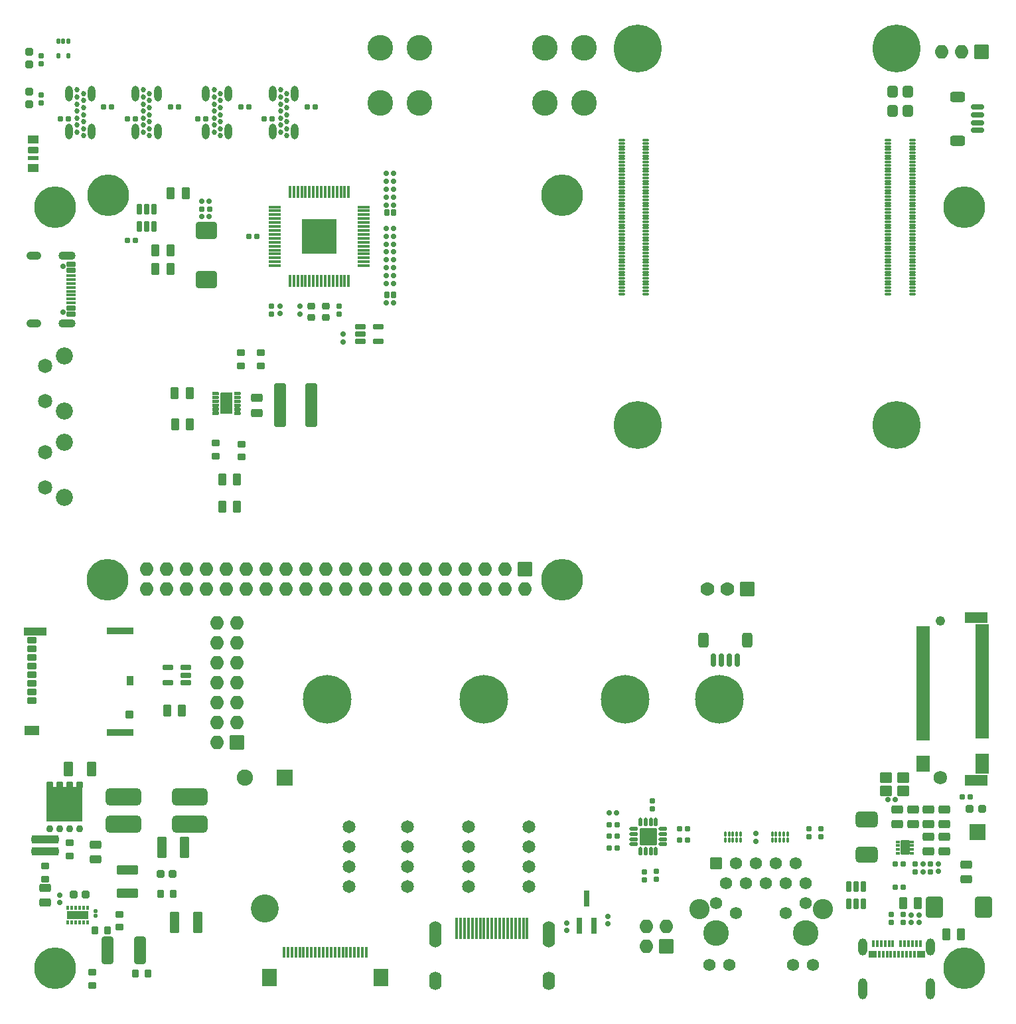
<source format=gbr>
%TF.GenerationSoftware,KiCad,Pcbnew,9.0.3*%
%TF.CreationDate,2025-08-24T22:17:20-04:00*%
%TF.ProjectId,libreboard,6c696272-6562-46f6-9172-642e6b696361,rev?*%
%TF.SameCoordinates,Original*%
%TF.FileFunction,Soldermask,Top*%
%TF.FilePolarity,Negative*%
%FSLAX46Y46*%
G04 Gerber Fmt 4.6, Leading zero omitted, Abs format (unit mm)*
G04 Created by KiCad (PCBNEW 9.0.3) date 2025-08-24 22:17:20*
%MOMM*%
%LPD*%
G01*
G04 APERTURE LIST*
G04 Aperture macros list*
%AMRoundRect*
0 Rectangle with rounded corners*
0 $1 Rounding radius*
0 $2 $3 $4 $5 $6 $7 $8 $9 X,Y pos of 4 corners*
0 Add a 4 corners polygon primitive as box body*
4,1,4,$2,$3,$4,$5,$6,$7,$8,$9,$2,$3,0*
0 Add four circle primitives for the rounded corners*
1,1,$1+$1,$2,$3*
1,1,$1+$1,$4,$5*
1,1,$1+$1,$6,$7*
1,1,$1+$1,$8,$9*
0 Add four rect primitives between the rounded corners*
20,1,$1+$1,$2,$3,$4,$5,0*
20,1,$1+$1,$4,$5,$6,$7,0*
20,1,$1+$1,$6,$7,$8,$9,0*
20,1,$1+$1,$8,$9,$2,$3,0*%
G04 Aperture macros list end*
%ADD10C,0.010000*%
%ADD11RoundRect,0.159000X0.189000X-0.159000X0.189000X0.159000X-0.189000X0.159000X-0.189000X-0.159000X0*%
%ADD12RoundRect,0.269000X0.269000X0.494000X-0.269000X0.494000X-0.269000X-0.494000X0.269000X-0.494000X0*%
%ADD13RoundRect,0.038000X-0.150000X-0.650000X0.150000X-0.650000X0.150000X0.650000X-0.150000X0.650000X0*%
%ADD14RoundRect,0.038000X-0.900000X-1.100000X0.900000X-1.100000X0.900000X1.100000X-0.900000X1.100000X0*%
%ADD15RoundRect,0.154000X0.204000X-0.154000X0.204000X0.154000X-0.204000X0.154000X-0.204000X-0.154000X0*%
%ADD16RoundRect,0.094000X0.094000X0.219000X-0.094000X0.219000X-0.094000X-0.219000X0.094000X-0.219000X0*%
%ADD17RoundRect,0.181500X0.181500X-0.856500X0.181500X0.856500X-0.181500X0.856500X-0.181500X-0.856500X0*%
%ADD18RoundRect,0.038000X-0.850000X0.850000X-0.850000X-0.850000X0.850000X-0.850000X0.850000X0.850000X0*%
%ADD19O,1.776000X1.776000*%
%ADD20RoundRect,0.237750X0.275250X-0.237750X0.275250X0.237750X-0.275250X0.237750X-0.275250X-0.237750X0*%
%ADD21RoundRect,0.038000X0.850000X0.850000X-0.850000X0.850000X-0.850000X-0.850000X0.850000X-0.850000X0*%
%ADD22C,0.726000*%
%ADD23RoundRect,0.169000X-0.444000X0.169000X-0.444000X-0.169000X0.444000X-0.169000X0.444000X0.169000X0*%
%ADD24RoundRect,0.094000X-0.519000X0.094000X-0.519000X-0.094000X0.519000X-0.094000X0.519000X0.094000X0*%
%ADD25O,2.176000X1.076000*%
%ADD26O,1.876000X1.076000*%
%ADD27RoundRect,0.119000X-0.119000X0.244000X-0.119000X-0.244000X0.119000X-0.244000X0.119000X0.244000X0*%
%ADD28RoundRect,0.169000X0.531500X0.169000X-0.531500X0.169000X-0.531500X-0.169000X0.531500X-0.169000X0*%
%ADD29C,3.276000*%
%ADD30RoundRect,0.263192X-0.524808X-0.524808X0.524808X-0.524808X0.524808X0.524808X-0.524808X0.524808X0*%
%ADD31C,1.576000*%
%ADD32C,2.576000*%
%ADD33RoundRect,0.038000X0.150000X-1.300000X0.150000X1.300000X-0.150000X1.300000X-0.150000X-1.300000X0*%
%ADD34O,1.576000X3.376000*%
%ADD35O,1.576000X2.376000*%
%ADD36C,5.300000*%
%ADD37RoundRect,0.265833X-0.372167X-0.472167X0.372167X-0.472167X0.372167X0.472167X-0.372167X0.472167X0*%
%ADD38RoundRect,0.237750X0.237750X0.275250X-0.237750X0.275250X-0.237750X-0.275250X0.237750X-0.275250X0*%
%ADD39RoundRect,0.038000X0.250000X0.150000X-0.250000X0.150000X-0.250000X-0.150000X0.250000X-0.150000X0*%
%ADD40RoundRect,0.038000X0.525000X0.875000X-0.525000X0.875000X-0.525000X-0.875000X0.525000X-0.875000X0*%
%ADD41RoundRect,0.038000X0.550000X-0.350000X0.550000X0.350000X-0.550000X0.350000X-0.550000X-0.350000X0*%
%ADD42RoundRect,0.038000X0.465000X-0.450000X0.465000X0.450000X-0.465000X0.450000X-0.465000X-0.450000X0*%
%ADD43RoundRect,0.038000X0.390000X-0.525000X0.390000X0.525000X-0.390000X0.525000X-0.390000X-0.525000X0*%
%ADD44RoundRect,0.038000X1.665000X-0.350000X1.665000X0.350000X-1.665000X0.350000X-1.665000X-0.350000X0*%
%ADD45RoundRect,0.038000X0.915000X-0.570000X0.915000X0.570000X-0.915000X0.570000X-0.915000X-0.570000X0*%
%ADD46RoundRect,0.038000X1.400000X-0.430000X1.400000X0.430000X-1.400000X0.430000X-1.400000X-0.430000X0*%
%ADD47C,1.226000*%
%ADD48C,1.726000*%
%ADD49RoundRect,0.102000X-0.775000X0.150000X-0.775000X-0.150000X0.775000X-0.150000X0.775000X0.150000X0*%
%ADD50C,6.200000*%
%ADD51RoundRect,0.102000X-1.375000X0.600000X-1.375000X-0.600000X1.375000X-0.600000X1.375000X0.600000X0*%
%ADD52RoundRect,0.219000X0.294000X-0.219000X0.294000X0.219000X-0.294000X0.219000X-0.294000X-0.219000X0*%
%ADD53RoundRect,0.269000X0.494000X-0.269000X0.494000X0.269000X-0.494000X0.269000X-0.494000X-0.269000X0*%
%ADD54C,1.650800*%
%ADD55RoundRect,0.269000X-0.494000X0.269000X-0.494000X-0.269000X0.494000X-0.269000X0.494000X0.269000X0*%
%ADD56RoundRect,0.159000X-0.159000X-0.189000X0.159000X-0.189000X0.159000X0.189000X-0.159000X0.189000X0*%
%ADD57RoundRect,0.102000X0.270000X0.300000X-0.270000X0.300000X-0.270000X-0.300000X0.270000X-0.300000X0*%
%ADD58RoundRect,0.263286X-0.489714X-2.524714X0.489714X-2.524714X0.489714X2.524714X-0.489714X2.524714X0*%
%ADD59RoundRect,0.159000X-0.189000X0.159000X-0.189000X-0.159000X0.189000X-0.159000X0.189000X0.159000X0*%
%ADD60RoundRect,0.159000X0.159000X0.189000X-0.159000X0.189000X-0.159000X-0.189000X0.159000X-0.189000X0*%
%ADD61RoundRect,0.269000X1.469000X-0.269000X1.469000X0.269000X-1.469000X0.269000X-1.469000X-0.269000X0*%
%ADD62RoundRect,0.154000X0.154000X0.204000X-0.154000X0.204000X-0.154000X-0.204000X0.154000X-0.204000X0*%
%ADD63RoundRect,0.269000X-0.269000X-0.494000X0.269000X-0.494000X0.269000X0.494000X-0.269000X0.494000X0*%
%ADD64RoundRect,0.154000X-0.154000X-0.204000X0.154000X-0.204000X0.154000X0.204000X-0.154000X0.204000X0*%
%ADD65RoundRect,0.266521X-0.346479X-1.121479X0.346479X-1.121479X0.346479X1.121479X-0.346479X1.121479X0*%
%ADD66RoundRect,0.038000X-0.150000X-0.350000X0.150000X-0.350000X0.150000X0.350000X-0.150000X0.350000X0*%
%ADD67RoundRect,0.038000X-0.500000X-0.350000X0.500000X-0.350000X0.500000X0.350000X-0.500000X0.350000X0*%
%ADD68O,1.176000X2.176000*%
%ADD69O,1.176000X2.676000*%
%ADD70RoundRect,0.169000X0.644000X-0.169000X0.644000X0.169000X-0.644000X0.169000X-0.644000X-0.169000X0*%
%ADD71RoundRect,0.265833X0.672167X-0.372167X0.672167X0.372167X-0.672167X0.372167X-0.672167X-0.372167X0*%
%ADD72RoundRect,0.219000X-0.219000X-0.294000X0.219000X-0.294000X0.219000X0.294000X-0.219000X0.294000X0*%
%ADD73RoundRect,0.244000X-0.244000X-0.269000X0.244000X-0.269000X0.244000X0.269000X-0.244000X0.269000X0*%
%ADD74RoundRect,0.219000X-0.294000X0.219000X-0.294000X-0.219000X0.294000X-0.219000X0.294000X0.219000X0*%
%ADD75RoundRect,0.259157X1.053843X-0.816343X1.053843X0.816343X-1.053843X0.816343X-1.053843X-0.816343X0*%
%ADD76RoundRect,0.154000X-0.204000X0.154000X-0.204000X-0.154000X0.204000X-0.154000X0.204000X0.154000X0*%
%ADD77C,2.176000*%
%ADD78C,1.826000*%
%ADD79RoundRect,0.259179X-0.813821X-1.073821X0.813821X-1.073821X0.813821X1.073821X-0.813821X1.073821X0*%
%ADD80RoundRect,0.194000X0.194000X-0.194000X0.194000X0.194000X-0.194000X0.194000X-0.194000X-0.194000X0*%
%ADD81RoundRect,0.038000X2.255000X-2.175000X2.255000X2.175000X-2.255000X2.175000X-2.255000X-2.175000X0*%
%ADD82RoundRect,0.038000X0.350000X-0.350000X0.350000X0.350000X-0.350000X0.350000X-0.350000X-0.350000X0*%
%ADD83RoundRect,0.038000X-0.700000X-0.600000X0.700000X-0.600000X0.700000X0.600000X-0.700000X0.600000X0*%
%ADD84RoundRect,0.169000X-0.531500X-0.169000X0.531500X-0.169000X0.531500X0.169000X-0.531500X0.169000X0*%
%ADD85RoundRect,0.106500X-0.444000X-0.106500X0.444000X-0.106500X0.444000X0.106500X-0.444000X0.106500X0*%
%ADD86RoundRect,0.106500X-0.106500X-0.444000X0.106500X-0.444000X0.106500X0.444000X-0.106500X0.444000X0*%
%ADD87RoundRect,0.038000X-1.050000X-1.050000X1.050000X-1.050000X1.050000X1.050000X-1.050000X1.050000X0*%
%ADD88RoundRect,0.169000X-0.169000X0.531500X-0.169000X-0.531500X0.169000X-0.531500X0.169000X0.531500X0*%
%ADD89RoundRect,0.519000X0.919000X-0.519000X0.919000X0.519000X-0.919000X0.519000X-0.919000X-0.519000X0*%
%ADD90RoundRect,0.263571X0.474429X1.474429X-0.474429X1.474429X-0.474429X-1.474429X0.474429X-1.474429X0*%
%ADD91O,0.965000X1.981000*%
%ADD92C,0.685600*%
%ADD93RoundRect,0.038000X-1.000000X-1.000000X1.000000X-1.000000X1.000000X1.000000X-1.000000X1.000000X0*%
%ADD94C,1.776000*%
%ADD95RoundRect,0.038000X-0.124999X-0.249999X0.124999X-0.249999X0.124999X0.249999X-0.124999X0.249999X0*%
%ADD96RoundRect,0.038000X-1.325000X0.500000X-1.325000X-0.500000X1.325000X-0.500000X1.325000X0.500000X0*%
%ADD97C,0.575999*%
%ADD98C,3.576000*%
%ADD99RoundRect,0.038000X1.000000X1.000000X-1.000000X1.000000X-1.000000X-1.000000X1.000000X-1.000000X0*%
%ADD100C,2.076000*%
%ADD101RoundRect,0.266521X-1.121479X0.346479X-1.121479X-0.346479X1.121479X-0.346479X1.121479X0.346479X0*%
%ADD102RoundRect,0.102000X-0.270000X-0.300000X0.270000X-0.300000X0.270000X0.300000X-0.270000X0.300000X0*%
%ADD103RoundRect,0.219000X0.269000X-0.219000X0.269000X0.219000X-0.269000X0.219000X-0.269000X-0.219000X0*%
%ADD104RoundRect,0.556500X1.731500X-0.556500X1.731500X0.556500X-1.731500X0.556500X-1.731500X-0.556500X0*%
%ADD105RoundRect,0.266521X-0.346479X-0.671479X0.346479X-0.671479X0.346479X0.671479X-0.346479X0.671479X0*%
%ADD106RoundRect,0.038000X-0.600000X0.500000X-0.600000X-0.500000X0.600000X-0.500000X0.600000X0.500000X0*%
%ADD107RoundRect,0.038000X-0.600000X0.350000X-0.600000X-0.350000X0.600000X-0.350000X0.600000X0.350000X0*%
%ADD108RoundRect,0.038000X-0.600000X0.225000X-0.600000X-0.225000X0.600000X-0.225000X0.600000X0.225000X0*%
%ADD109C,6.100000*%
%ADD110RoundRect,0.038000X0.350000X-0.100000X0.350000X0.100000X-0.350000X0.100000X-0.350000X-0.100000X0*%
%ADD111RoundRect,0.119000X-0.119000X0.149000X-0.119000X-0.149000X0.119000X-0.149000X0.119000X0.149000X0*%
%ADD112R,4.400000X4.400000*%
%ADD113RoundRect,0.038000X-0.750000X-0.150000X0.750000X-0.150000X0.750000X0.150000X-0.750000X0.150000X0*%
%ADD114RoundRect,0.038000X0.150000X-0.750000X0.150000X0.750000X-0.150000X0.750000X-0.150000X-0.750000X0*%
%ADD115RoundRect,0.169000X-0.169000X-0.644000X0.169000X-0.644000X0.169000X0.644000X-0.169000X0.644000X0*%
%ADD116RoundRect,0.265833X-0.372167X-0.672167X0.372167X-0.672167X0.372167X0.672167X-0.372167X0.672167X0*%
G04 APERTURE END LIST*
D10*
%TO.C,U14*%
X142690600Y-125515100D02*
X142696600Y-125515100D01*
X142702600Y-125517100D01*
X142708600Y-125518100D01*
X142714600Y-125520100D01*
X142720600Y-125522100D01*
X142726600Y-125524100D01*
X142731600Y-125527100D01*
X142737600Y-125530100D01*
X142742600Y-125533100D01*
X142748600Y-125537100D01*
X142753600Y-125541100D01*
X142757600Y-125545100D01*
X142762600Y-125549100D01*
X142766600Y-125554100D01*
X142770600Y-125558100D01*
X142774600Y-125563100D01*
X142778600Y-125569100D01*
X142781600Y-125574100D01*
X142784600Y-125580100D01*
X142787600Y-125585100D01*
X142789600Y-125591100D01*
X142791600Y-125597100D01*
X142793600Y-125603100D01*
X142794600Y-125609100D01*
X142796600Y-125615100D01*
X142796600Y-125621100D01*
X142797600Y-125628100D01*
X142797600Y-125634100D01*
X142797600Y-125774100D01*
X142797600Y-125780100D01*
X142796600Y-125787100D01*
X142796600Y-125793100D01*
X142794600Y-125799100D01*
X142793600Y-125805100D01*
X142791600Y-125811100D01*
X142789600Y-125817100D01*
X142787600Y-125823100D01*
X142784600Y-125828100D01*
X142781600Y-125834100D01*
X142778600Y-125839100D01*
X142774600Y-125845100D01*
X142770600Y-125850100D01*
X142766600Y-125854100D01*
X142762600Y-125859100D01*
X142757600Y-125863100D01*
X142753600Y-125867100D01*
X142748600Y-125871100D01*
X142742600Y-125875100D01*
X142737600Y-125878100D01*
X142731600Y-125881100D01*
X142726600Y-125884100D01*
X142720600Y-125886100D01*
X142714600Y-125888100D01*
X142708600Y-125890100D01*
X142702600Y-125891100D01*
X142696600Y-125893100D01*
X142690600Y-125893100D01*
X142683600Y-125894100D01*
X142677600Y-125894100D01*
X142167600Y-125894100D01*
X142161600Y-125894100D01*
X142154600Y-125893100D01*
X142148600Y-125893100D01*
X142142600Y-125891100D01*
X142136600Y-125890100D01*
X142130600Y-125888100D01*
X142124600Y-125886100D01*
X142118600Y-125884100D01*
X142113600Y-125881100D01*
X142107600Y-125878100D01*
X142102600Y-125875100D01*
X142096600Y-125871100D01*
X142091600Y-125867100D01*
X142087600Y-125863100D01*
X142082600Y-125859100D01*
X142078600Y-125854100D01*
X142074600Y-125850100D01*
X142070600Y-125845100D01*
X142066600Y-125839100D01*
X142063600Y-125834100D01*
X142060600Y-125828100D01*
X142057600Y-125823100D01*
X142055600Y-125817100D01*
X142053600Y-125811100D01*
X142051600Y-125805100D01*
X142050600Y-125799100D01*
X142048600Y-125793100D01*
X142048600Y-125787100D01*
X142047600Y-125780100D01*
X142047600Y-125774100D01*
X142047600Y-125634100D01*
X142047600Y-125628100D01*
X142048600Y-125621100D01*
X142048600Y-125615100D01*
X142050600Y-125609100D01*
X142051600Y-125603100D01*
X142053600Y-125597100D01*
X142055600Y-125591100D01*
X142057600Y-125585100D01*
X142060600Y-125580100D01*
X142063600Y-125574100D01*
X142066600Y-125569100D01*
X142070600Y-125563100D01*
X142074600Y-125558100D01*
X142078600Y-125554100D01*
X142082600Y-125549100D01*
X142087600Y-125545100D01*
X142091600Y-125541100D01*
X142096600Y-125537100D01*
X142102600Y-125533100D01*
X142107600Y-125530100D01*
X142113600Y-125527100D01*
X142118600Y-125524100D01*
X142124600Y-125522100D01*
X142130600Y-125520100D01*
X142136600Y-125518100D01*
X142142600Y-125517100D01*
X142148600Y-125515100D01*
X142154600Y-125515100D01*
X142161600Y-125514100D01*
X142167600Y-125514100D01*
X142677600Y-125514100D01*
X142683600Y-125514100D01*
X142690600Y-125515100D01*
G36*
X142690600Y-125515100D02*
G01*
X142696600Y-125515100D01*
X142702600Y-125517100D01*
X142708600Y-125518100D01*
X142714600Y-125520100D01*
X142720600Y-125522100D01*
X142726600Y-125524100D01*
X142731600Y-125527100D01*
X142737600Y-125530100D01*
X142742600Y-125533100D01*
X142748600Y-125537100D01*
X142753600Y-125541100D01*
X142757600Y-125545100D01*
X142762600Y-125549100D01*
X142766600Y-125554100D01*
X142770600Y-125558100D01*
X142774600Y-125563100D01*
X142778600Y-125569100D01*
X142781600Y-125574100D01*
X142784600Y-125580100D01*
X142787600Y-125585100D01*
X142789600Y-125591100D01*
X142791600Y-125597100D01*
X142793600Y-125603100D01*
X142794600Y-125609100D01*
X142796600Y-125615100D01*
X142796600Y-125621100D01*
X142797600Y-125628100D01*
X142797600Y-125634100D01*
X142797600Y-125774100D01*
X142797600Y-125780100D01*
X142796600Y-125787100D01*
X142796600Y-125793100D01*
X142794600Y-125799100D01*
X142793600Y-125805100D01*
X142791600Y-125811100D01*
X142789600Y-125817100D01*
X142787600Y-125823100D01*
X142784600Y-125828100D01*
X142781600Y-125834100D01*
X142778600Y-125839100D01*
X142774600Y-125845100D01*
X142770600Y-125850100D01*
X142766600Y-125854100D01*
X142762600Y-125859100D01*
X142757600Y-125863100D01*
X142753600Y-125867100D01*
X142748600Y-125871100D01*
X142742600Y-125875100D01*
X142737600Y-125878100D01*
X142731600Y-125881100D01*
X142726600Y-125884100D01*
X142720600Y-125886100D01*
X142714600Y-125888100D01*
X142708600Y-125890100D01*
X142702600Y-125891100D01*
X142696600Y-125893100D01*
X142690600Y-125893100D01*
X142683600Y-125894100D01*
X142677600Y-125894100D01*
X142167600Y-125894100D01*
X142161600Y-125894100D01*
X142154600Y-125893100D01*
X142148600Y-125893100D01*
X142142600Y-125891100D01*
X142136600Y-125890100D01*
X142130600Y-125888100D01*
X142124600Y-125886100D01*
X142118600Y-125884100D01*
X142113600Y-125881100D01*
X142107600Y-125878100D01*
X142102600Y-125875100D01*
X142096600Y-125871100D01*
X142091600Y-125867100D01*
X142087600Y-125863100D01*
X142082600Y-125859100D01*
X142078600Y-125854100D01*
X142074600Y-125850100D01*
X142070600Y-125845100D01*
X142066600Y-125839100D01*
X142063600Y-125834100D01*
X142060600Y-125828100D01*
X142057600Y-125823100D01*
X142055600Y-125817100D01*
X142053600Y-125811100D01*
X142051600Y-125805100D01*
X142050600Y-125799100D01*
X142048600Y-125793100D01*
X142048600Y-125787100D01*
X142047600Y-125780100D01*
X142047600Y-125774100D01*
X142047600Y-125634100D01*
X142047600Y-125628100D01*
X142048600Y-125621100D01*
X142048600Y-125615100D01*
X142050600Y-125609100D01*
X142051600Y-125603100D01*
X142053600Y-125597100D01*
X142055600Y-125591100D01*
X142057600Y-125585100D01*
X142060600Y-125580100D01*
X142063600Y-125574100D01*
X142066600Y-125569100D01*
X142070600Y-125563100D01*
X142074600Y-125558100D01*
X142078600Y-125554100D01*
X142082600Y-125549100D01*
X142087600Y-125545100D01*
X142091600Y-125541100D01*
X142096600Y-125537100D01*
X142102600Y-125533100D01*
X142107600Y-125530100D01*
X142113600Y-125527100D01*
X142118600Y-125524100D01*
X142124600Y-125522100D01*
X142130600Y-125520100D01*
X142136600Y-125518100D01*
X142142600Y-125517100D01*
X142148600Y-125515100D01*
X142154600Y-125515100D01*
X142161600Y-125514100D01*
X142167600Y-125514100D01*
X142677600Y-125514100D01*
X142683600Y-125514100D01*
X142690600Y-125515100D01*
G37*
X142690600Y-126015100D02*
X142696600Y-126015100D01*
X142702600Y-126017100D01*
X142708600Y-126018100D01*
X142714600Y-126020100D01*
X142720600Y-126022100D01*
X142726600Y-126024100D01*
X142731600Y-126027100D01*
X142737600Y-126030100D01*
X142742600Y-126033100D01*
X142748600Y-126037100D01*
X142753600Y-126041100D01*
X142757600Y-126045100D01*
X142762600Y-126049100D01*
X142766600Y-126054100D01*
X142770600Y-126058100D01*
X142774600Y-126063100D01*
X142778600Y-126069100D01*
X142781600Y-126074100D01*
X142784600Y-126080100D01*
X142787600Y-126085100D01*
X142789600Y-126091100D01*
X142791600Y-126097100D01*
X142793600Y-126103100D01*
X142794600Y-126109100D01*
X142796600Y-126115100D01*
X142796600Y-126121100D01*
X142797600Y-126128100D01*
X142797600Y-126134100D01*
X142797600Y-126274100D01*
X142797600Y-126280100D01*
X142796600Y-126287100D01*
X142796600Y-126293100D01*
X142794600Y-126299100D01*
X142793600Y-126305100D01*
X142791600Y-126311100D01*
X142789600Y-126317100D01*
X142787600Y-126323100D01*
X142784600Y-126328100D01*
X142781600Y-126334100D01*
X142778600Y-126339100D01*
X142774600Y-126345100D01*
X142770600Y-126350100D01*
X142766600Y-126354100D01*
X142762600Y-126359100D01*
X142757600Y-126363100D01*
X142753600Y-126367100D01*
X142748600Y-126371100D01*
X142742600Y-126375100D01*
X142737600Y-126378100D01*
X142731600Y-126381100D01*
X142726600Y-126384100D01*
X142720600Y-126386100D01*
X142714600Y-126388100D01*
X142708600Y-126390100D01*
X142702600Y-126391100D01*
X142696600Y-126393100D01*
X142690600Y-126393100D01*
X142683600Y-126394100D01*
X142677600Y-126394100D01*
X142167600Y-126394100D01*
X142161600Y-126394100D01*
X142154600Y-126393100D01*
X142148600Y-126393100D01*
X142142600Y-126391100D01*
X142136600Y-126390100D01*
X142130600Y-126388100D01*
X142124600Y-126386100D01*
X142118600Y-126384100D01*
X142113600Y-126381100D01*
X142107600Y-126378100D01*
X142102600Y-126375100D01*
X142096600Y-126371100D01*
X142091600Y-126367100D01*
X142087600Y-126363100D01*
X142082600Y-126359100D01*
X142078600Y-126354100D01*
X142074600Y-126350100D01*
X142070600Y-126345100D01*
X142066600Y-126339100D01*
X142063600Y-126334100D01*
X142060600Y-126328100D01*
X142057600Y-126323100D01*
X142055600Y-126317100D01*
X142053600Y-126311100D01*
X142051600Y-126305100D01*
X142050600Y-126299100D01*
X142048600Y-126293100D01*
X142048600Y-126287100D01*
X142047600Y-126280100D01*
X142047600Y-126274100D01*
X142047600Y-126134100D01*
X142047600Y-126128100D01*
X142048600Y-126121100D01*
X142048600Y-126115100D01*
X142050600Y-126109100D01*
X142051600Y-126103100D01*
X142053600Y-126097100D01*
X142055600Y-126091100D01*
X142057600Y-126085100D01*
X142060600Y-126080100D01*
X142063600Y-126074100D01*
X142066600Y-126069100D01*
X142070600Y-126063100D01*
X142074600Y-126058100D01*
X142078600Y-126054100D01*
X142082600Y-126049100D01*
X142087600Y-126045100D01*
X142091600Y-126041100D01*
X142096600Y-126037100D01*
X142102600Y-126033100D01*
X142107600Y-126030100D01*
X142113600Y-126027100D01*
X142118600Y-126024100D01*
X142124600Y-126022100D01*
X142130600Y-126020100D01*
X142136600Y-126018100D01*
X142142600Y-126017100D01*
X142148600Y-126015100D01*
X142154600Y-126015100D01*
X142161600Y-126014100D01*
X142167600Y-126014100D01*
X142677600Y-126014100D01*
X142683600Y-126014100D01*
X142690600Y-126015100D01*
G36*
X142690600Y-126015100D02*
G01*
X142696600Y-126015100D01*
X142702600Y-126017100D01*
X142708600Y-126018100D01*
X142714600Y-126020100D01*
X142720600Y-126022100D01*
X142726600Y-126024100D01*
X142731600Y-126027100D01*
X142737600Y-126030100D01*
X142742600Y-126033100D01*
X142748600Y-126037100D01*
X142753600Y-126041100D01*
X142757600Y-126045100D01*
X142762600Y-126049100D01*
X142766600Y-126054100D01*
X142770600Y-126058100D01*
X142774600Y-126063100D01*
X142778600Y-126069100D01*
X142781600Y-126074100D01*
X142784600Y-126080100D01*
X142787600Y-126085100D01*
X142789600Y-126091100D01*
X142791600Y-126097100D01*
X142793600Y-126103100D01*
X142794600Y-126109100D01*
X142796600Y-126115100D01*
X142796600Y-126121100D01*
X142797600Y-126128100D01*
X142797600Y-126134100D01*
X142797600Y-126274100D01*
X142797600Y-126280100D01*
X142796600Y-126287100D01*
X142796600Y-126293100D01*
X142794600Y-126299100D01*
X142793600Y-126305100D01*
X142791600Y-126311100D01*
X142789600Y-126317100D01*
X142787600Y-126323100D01*
X142784600Y-126328100D01*
X142781600Y-126334100D01*
X142778600Y-126339100D01*
X142774600Y-126345100D01*
X142770600Y-126350100D01*
X142766600Y-126354100D01*
X142762600Y-126359100D01*
X142757600Y-126363100D01*
X142753600Y-126367100D01*
X142748600Y-126371100D01*
X142742600Y-126375100D01*
X142737600Y-126378100D01*
X142731600Y-126381100D01*
X142726600Y-126384100D01*
X142720600Y-126386100D01*
X142714600Y-126388100D01*
X142708600Y-126390100D01*
X142702600Y-126391100D01*
X142696600Y-126393100D01*
X142690600Y-126393100D01*
X142683600Y-126394100D01*
X142677600Y-126394100D01*
X142167600Y-126394100D01*
X142161600Y-126394100D01*
X142154600Y-126393100D01*
X142148600Y-126393100D01*
X142142600Y-126391100D01*
X142136600Y-126390100D01*
X142130600Y-126388100D01*
X142124600Y-126386100D01*
X142118600Y-126384100D01*
X142113600Y-126381100D01*
X142107600Y-126378100D01*
X142102600Y-126375100D01*
X142096600Y-126371100D01*
X142091600Y-126367100D01*
X142087600Y-126363100D01*
X142082600Y-126359100D01*
X142078600Y-126354100D01*
X142074600Y-126350100D01*
X142070600Y-126345100D01*
X142066600Y-126339100D01*
X142063600Y-126334100D01*
X142060600Y-126328100D01*
X142057600Y-126323100D01*
X142055600Y-126317100D01*
X142053600Y-126311100D01*
X142051600Y-126305100D01*
X142050600Y-126299100D01*
X142048600Y-126293100D01*
X142048600Y-126287100D01*
X142047600Y-126280100D01*
X142047600Y-126274100D01*
X142047600Y-126134100D01*
X142047600Y-126128100D01*
X142048600Y-126121100D01*
X142048600Y-126115100D01*
X142050600Y-126109100D01*
X142051600Y-126103100D01*
X142053600Y-126097100D01*
X142055600Y-126091100D01*
X142057600Y-126085100D01*
X142060600Y-126080100D01*
X142063600Y-126074100D01*
X142066600Y-126069100D01*
X142070600Y-126063100D01*
X142074600Y-126058100D01*
X142078600Y-126054100D01*
X142082600Y-126049100D01*
X142087600Y-126045100D01*
X142091600Y-126041100D01*
X142096600Y-126037100D01*
X142102600Y-126033100D01*
X142107600Y-126030100D01*
X142113600Y-126027100D01*
X142118600Y-126024100D01*
X142124600Y-126022100D01*
X142130600Y-126020100D01*
X142136600Y-126018100D01*
X142142600Y-126017100D01*
X142148600Y-126015100D01*
X142154600Y-126015100D01*
X142161600Y-126014100D01*
X142167600Y-126014100D01*
X142677600Y-126014100D01*
X142683600Y-126014100D01*
X142690600Y-126015100D01*
G37*
X142690600Y-127015100D02*
X142696600Y-127015100D01*
X142702600Y-127017100D01*
X142708600Y-127018100D01*
X142714600Y-127020100D01*
X142720600Y-127022100D01*
X142726600Y-127024100D01*
X142731600Y-127027100D01*
X142737600Y-127030100D01*
X142742600Y-127033100D01*
X142748600Y-127037100D01*
X142753600Y-127041100D01*
X142757600Y-127045100D01*
X142762600Y-127049100D01*
X142766600Y-127054100D01*
X142770600Y-127058100D01*
X142774600Y-127063100D01*
X142778600Y-127069100D01*
X142781600Y-127074100D01*
X142784600Y-127080100D01*
X142787600Y-127085100D01*
X142789600Y-127091100D01*
X142791600Y-127097100D01*
X142793600Y-127103100D01*
X142794600Y-127109100D01*
X142796600Y-127115100D01*
X142796600Y-127121100D01*
X142797600Y-127128100D01*
X142797600Y-127134100D01*
X142797600Y-127274100D01*
X142797600Y-127280100D01*
X142796600Y-127287100D01*
X142796600Y-127293100D01*
X142794600Y-127299100D01*
X142793600Y-127305100D01*
X142791600Y-127311100D01*
X142789600Y-127317100D01*
X142787600Y-127323100D01*
X142784600Y-127328100D01*
X142781600Y-127334100D01*
X142778600Y-127339100D01*
X142774600Y-127345100D01*
X142770600Y-127350100D01*
X142766600Y-127354100D01*
X142762600Y-127359100D01*
X142757600Y-127363100D01*
X142753600Y-127367100D01*
X142748600Y-127371100D01*
X142742600Y-127375100D01*
X142737600Y-127378100D01*
X142731600Y-127381100D01*
X142726600Y-127384100D01*
X142720600Y-127386100D01*
X142714600Y-127388100D01*
X142708600Y-127390100D01*
X142702600Y-127391100D01*
X142696600Y-127393100D01*
X142690600Y-127393100D01*
X142683600Y-127394100D01*
X142677600Y-127394100D01*
X142167600Y-127394100D01*
X142161600Y-127394100D01*
X142154600Y-127393100D01*
X142148600Y-127393100D01*
X142142600Y-127391100D01*
X142136600Y-127390100D01*
X142130600Y-127388100D01*
X142124600Y-127386100D01*
X142118600Y-127384100D01*
X142113600Y-127381100D01*
X142107600Y-127378100D01*
X142102600Y-127375100D01*
X142096600Y-127371100D01*
X142091600Y-127367100D01*
X142087600Y-127363100D01*
X142082600Y-127359100D01*
X142078600Y-127354100D01*
X142074600Y-127350100D01*
X142070600Y-127345100D01*
X142066600Y-127339100D01*
X142063600Y-127334100D01*
X142060600Y-127328100D01*
X142057600Y-127323100D01*
X142055600Y-127317100D01*
X142053600Y-127311100D01*
X142051600Y-127305100D01*
X142050600Y-127299100D01*
X142048600Y-127293100D01*
X142048600Y-127287100D01*
X142047600Y-127280100D01*
X142047600Y-127274100D01*
X142047600Y-127134100D01*
X142047600Y-127128100D01*
X142048600Y-127121100D01*
X142048600Y-127115100D01*
X142050600Y-127109100D01*
X142051600Y-127103100D01*
X142053600Y-127097100D01*
X142055600Y-127091100D01*
X142057600Y-127085100D01*
X142060600Y-127080100D01*
X142063600Y-127074100D01*
X142066600Y-127069100D01*
X142070600Y-127063100D01*
X142074600Y-127058100D01*
X142078600Y-127054100D01*
X142082600Y-127049100D01*
X142087600Y-127045100D01*
X142091600Y-127041100D01*
X142096600Y-127037100D01*
X142102600Y-127033100D01*
X142107600Y-127030100D01*
X142113600Y-127027100D01*
X142118600Y-127024100D01*
X142124600Y-127022100D01*
X142130600Y-127020100D01*
X142136600Y-127018100D01*
X142142600Y-127017100D01*
X142148600Y-127015100D01*
X142154600Y-127015100D01*
X142161600Y-127014100D01*
X142167600Y-127014100D01*
X142677600Y-127014100D01*
X142683600Y-127014100D01*
X142690600Y-127015100D01*
G36*
X142690600Y-127015100D02*
G01*
X142696600Y-127015100D01*
X142702600Y-127017100D01*
X142708600Y-127018100D01*
X142714600Y-127020100D01*
X142720600Y-127022100D01*
X142726600Y-127024100D01*
X142731600Y-127027100D01*
X142737600Y-127030100D01*
X142742600Y-127033100D01*
X142748600Y-127037100D01*
X142753600Y-127041100D01*
X142757600Y-127045100D01*
X142762600Y-127049100D01*
X142766600Y-127054100D01*
X142770600Y-127058100D01*
X142774600Y-127063100D01*
X142778600Y-127069100D01*
X142781600Y-127074100D01*
X142784600Y-127080100D01*
X142787600Y-127085100D01*
X142789600Y-127091100D01*
X142791600Y-127097100D01*
X142793600Y-127103100D01*
X142794600Y-127109100D01*
X142796600Y-127115100D01*
X142796600Y-127121100D01*
X142797600Y-127128100D01*
X142797600Y-127134100D01*
X142797600Y-127274100D01*
X142797600Y-127280100D01*
X142796600Y-127287100D01*
X142796600Y-127293100D01*
X142794600Y-127299100D01*
X142793600Y-127305100D01*
X142791600Y-127311100D01*
X142789600Y-127317100D01*
X142787600Y-127323100D01*
X142784600Y-127328100D01*
X142781600Y-127334100D01*
X142778600Y-127339100D01*
X142774600Y-127345100D01*
X142770600Y-127350100D01*
X142766600Y-127354100D01*
X142762600Y-127359100D01*
X142757600Y-127363100D01*
X142753600Y-127367100D01*
X142748600Y-127371100D01*
X142742600Y-127375100D01*
X142737600Y-127378100D01*
X142731600Y-127381100D01*
X142726600Y-127384100D01*
X142720600Y-127386100D01*
X142714600Y-127388100D01*
X142708600Y-127390100D01*
X142702600Y-127391100D01*
X142696600Y-127393100D01*
X142690600Y-127393100D01*
X142683600Y-127394100D01*
X142677600Y-127394100D01*
X142167600Y-127394100D01*
X142161600Y-127394100D01*
X142154600Y-127393100D01*
X142148600Y-127393100D01*
X142142600Y-127391100D01*
X142136600Y-127390100D01*
X142130600Y-127388100D01*
X142124600Y-127386100D01*
X142118600Y-127384100D01*
X142113600Y-127381100D01*
X142107600Y-127378100D01*
X142102600Y-127375100D01*
X142096600Y-127371100D01*
X142091600Y-127367100D01*
X142087600Y-127363100D01*
X142082600Y-127359100D01*
X142078600Y-127354100D01*
X142074600Y-127350100D01*
X142070600Y-127345100D01*
X142066600Y-127339100D01*
X142063600Y-127334100D01*
X142060600Y-127328100D01*
X142057600Y-127323100D01*
X142055600Y-127317100D01*
X142053600Y-127311100D01*
X142051600Y-127305100D01*
X142050600Y-127299100D01*
X142048600Y-127293100D01*
X142048600Y-127287100D01*
X142047600Y-127280100D01*
X142047600Y-127274100D01*
X142047600Y-127134100D01*
X142047600Y-127128100D01*
X142048600Y-127121100D01*
X142048600Y-127115100D01*
X142050600Y-127109100D01*
X142051600Y-127103100D01*
X142053600Y-127097100D01*
X142055600Y-127091100D01*
X142057600Y-127085100D01*
X142060600Y-127080100D01*
X142063600Y-127074100D01*
X142066600Y-127069100D01*
X142070600Y-127063100D01*
X142074600Y-127058100D01*
X142078600Y-127054100D01*
X142082600Y-127049100D01*
X142087600Y-127045100D01*
X142091600Y-127041100D01*
X142096600Y-127037100D01*
X142102600Y-127033100D01*
X142107600Y-127030100D01*
X142113600Y-127027100D01*
X142118600Y-127024100D01*
X142124600Y-127022100D01*
X142130600Y-127020100D01*
X142136600Y-127018100D01*
X142142600Y-127017100D01*
X142148600Y-127015100D01*
X142154600Y-127015100D01*
X142161600Y-127014100D01*
X142167600Y-127014100D01*
X142677600Y-127014100D01*
X142683600Y-127014100D01*
X142690600Y-127015100D01*
G37*
X142690600Y-127515100D02*
X142696600Y-127515100D01*
X142702600Y-127517100D01*
X142708600Y-127518100D01*
X142714600Y-127520100D01*
X142720600Y-127522100D01*
X142726600Y-127524100D01*
X142731600Y-127527100D01*
X142737600Y-127530100D01*
X142742600Y-127533100D01*
X142748600Y-127537100D01*
X142753600Y-127541100D01*
X142757600Y-127545100D01*
X142762600Y-127549100D01*
X142766600Y-127554100D01*
X142770600Y-127558100D01*
X142774600Y-127563100D01*
X142778600Y-127569100D01*
X142781600Y-127574100D01*
X142784600Y-127580100D01*
X142787600Y-127585100D01*
X142789600Y-127591100D01*
X142791600Y-127597100D01*
X142793600Y-127603100D01*
X142794600Y-127609100D01*
X142796600Y-127615100D01*
X142796600Y-127621100D01*
X142797600Y-127628100D01*
X142797600Y-127634100D01*
X142797600Y-127774100D01*
X142797600Y-127780100D01*
X142796600Y-127787100D01*
X142796600Y-127793100D01*
X142794600Y-127799100D01*
X142793600Y-127805100D01*
X142791600Y-127811100D01*
X142789600Y-127817100D01*
X142787600Y-127823100D01*
X142784600Y-127828100D01*
X142781600Y-127834100D01*
X142778600Y-127839100D01*
X142774600Y-127845100D01*
X142770600Y-127850100D01*
X142766600Y-127854100D01*
X142762600Y-127859100D01*
X142757600Y-127863100D01*
X142753600Y-127867100D01*
X142748600Y-127871100D01*
X142742600Y-127875100D01*
X142737600Y-127878100D01*
X142731600Y-127881100D01*
X142726600Y-127884100D01*
X142720600Y-127886100D01*
X142714600Y-127888100D01*
X142708600Y-127890100D01*
X142702600Y-127891100D01*
X142696600Y-127893100D01*
X142690600Y-127893100D01*
X142683600Y-127894100D01*
X142677600Y-127894100D01*
X142167600Y-127894100D01*
X142161600Y-127894100D01*
X142154600Y-127893100D01*
X142148600Y-127893100D01*
X142142600Y-127891100D01*
X142136600Y-127890100D01*
X142130600Y-127888100D01*
X142124600Y-127886100D01*
X142118600Y-127884100D01*
X142113600Y-127881100D01*
X142107600Y-127878100D01*
X142102600Y-127875100D01*
X142096600Y-127871100D01*
X142091600Y-127867100D01*
X142087600Y-127863100D01*
X142082600Y-127859100D01*
X142078600Y-127854100D01*
X142074600Y-127850100D01*
X142070600Y-127845100D01*
X142066600Y-127839100D01*
X142063600Y-127834100D01*
X142060600Y-127828100D01*
X142057600Y-127823100D01*
X142055600Y-127817100D01*
X142053600Y-127811100D01*
X142051600Y-127805100D01*
X142050600Y-127799100D01*
X142048600Y-127793100D01*
X142048600Y-127787100D01*
X142047600Y-127780100D01*
X142047600Y-127774100D01*
X142047600Y-127634100D01*
X142047600Y-127628100D01*
X142048600Y-127621100D01*
X142048600Y-127615100D01*
X142050600Y-127609100D01*
X142051600Y-127603100D01*
X142053600Y-127597100D01*
X142055600Y-127591100D01*
X142057600Y-127585100D01*
X142060600Y-127580100D01*
X142063600Y-127574100D01*
X142066600Y-127569100D01*
X142070600Y-127563100D01*
X142074600Y-127558100D01*
X142078600Y-127554100D01*
X142082600Y-127549100D01*
X142087600Y-127545100D01*
X142091600Y-127541100D01*
X142096600Y-127537100D01*
X142102600Y-127533100D01*
X142107600Y-127530100D01*
X142113600Y-127527100D01*
X142118600Y-127524100D01*
X142124600Y-127522100D01*
X142130600Y-127520100D01*
X142136600Y-127518100D01*
X142142600Y-127517100D01*
X142148600Y-127515100D01*
X142154600Y-127515100D01*
X142161600Y-127514100D01*
X142167600Y-127514100D01*
X142677600Y-127514100D01*
X142683600Y-127514100D01*
X142690600Y-127515100D01*
G36*
X142690600Y-127515100D02*
G01*
X142696600Y-127515100D01*
X142702600Y-127517100D01*
X142708600Y-127518100D01*
X142714600Y-127520100D01*
X142720600Y-127522100D01*
X142726600Y-127524100D01*
X142731600Y-127527100D01*
X142737600Y-127530100D01*
X142742600Y-127533100D01*
X142748600Y-127537100D01*
X142753600Y-127541100D01*
X142757600Y-127545100D01*
X142762600Y-127549100D01*
X142766600Y-127554100D01*
X142770600Y-127558100D01*
X142774600Y-127563100D01*
X142778600Y-127569100D01*
X142781600Y-127574100D01*
X142784600Y-127580100D01*
X142787600Y-127585100D01*
X142789600Y-127591100D01*
X142791600Y-127597100D01*
X142793600Y-127603100D01*
X142794600Y-127609100D01*
X142796600Y-127615100D01*
X142796600Y-127621100D01*
X142797600Y-127628100D01*
X142797600Y-127634100D01*
X142797600Y-127774100D01*
X142797600Y-127780100D01*
X142796600Y-127787100D01*
X142796600Y-127793100D01*
X142794600Y-127799100D01*
X142793600Y-127805100D01*
X142791600Y-127811100D01*
X142789600Y-127817100D01*
X142787600Y-127823100D01*
X142784600Y-127828100D01*
X142781600Y-127834100D01*
X142778600Y-127839100D01*
X142774600Y-127845100D01*
X142770600Y-127850100D01*
X142766600Y-127854100D01*
X142762600Y-127859100D01*
X142757600Y-127863100D01*
X142753600Y-127867100D01*
X142748600Y-127871100D01*
X142742600Y-127875100D01*
X142737600Y-127878100D01*
X142731600Y-127881100D01*
X142726600Y-127884100D01*
X142720600Y-127886100D01*
X142714600Y-127888100D01*
X142708600Y-127890100D01*
X142702600Y-127891100D01*
X142696600Y-127893100D01*
X142690600Y-127893100D01*
X142683600Y-127894100D01*
X142677600Y-127894100D01*
X142167600Y-127894100D01*
X142161600Y-127894100D01*
X142154600Y-127893100D01*
X142148600Y-127893100D01*
X142142600Y-127891100D01*
X142136600Y-127890100D01*
X142130600Y-127888100D01*
X142124600Y-127886100D01*
X142118600Y-127884100D01*
X142113600Y-127881100D01*
X142107600Y-127878100D01*
X142102600Y-127875100D01*
X142096600Y-127871100D01*
X142091600Y-127867100D01*
X142087600Y-127863100D01*
X142082600Y-127859100D01*
X142078600Y-127854100D01*
X142074600Y-127850100D01*
X142070600Y-127845100D01*
X142066600Y-127839100D01*
X142063600Y-127834100D01*
X142060600Y-127828100D01*
X142057600Y-127823100D01*
X142055600Y-127817100D01*
X142053600Y-127811100D01*
X142051600Y-127805100D01*
X142050600Y-127799100D01*
X142048600Y-127793100D01*
X142048600Y-127787100D01*
X142047600Y-127780100D01*
X142047600Y-127774100D01*
X142047600Y-127634100D01*
X142047600Y-127628100D01*
X142048600Y-127621100D01*
X142048600Y-127615100D01*
X142050600Y-127609100D01*
X142051600Y-127603100D01*
X142053600Y-127597100D01*
X142055600Y-127591100D01*
X142057600Y-127585100D01*
X142060600Y-127580100D01*
X142063600Y-127574100D01*
X142066600Y-127569100D01*
X142070600Y-127563100D01*
X142074600Y-127558100D01*
X142078600Y-127554100D01*
X142082600Y-127549100D01*
X142087600Y-127545100D01*
X142091600Y-127541100D01*
X142096600Y-127537100D01*
X142102600Y-127533100D01*
X142107600Y-127530100D01*
X142113600Y-127527100D01*
X142118600Y-127524100D01*
X142124600Y-127522100D01*
X142130600Y-127520100D01*
X142136600Y-127518100D01*
X142142600Y-127517100D01*
X142148600Y-127515100D01*
X142154600Y-127515100D01*
X142161600Y-127514100D01*
X142167600Y-127514100D01*
X142677600Y-127514100D01*
X142683600Y-127514100D01*
X142690600Y-127515100D01*
G37*
X142690600Y-126515100D02*
X142696600Y-126515100D01*
X142702600Y-126517100D01*
X142708600Y-126518100D01*
X142714600Y-126520100D01*
X142720600Y-126522100D01*
X142726600Y-126524100D01*
X142731600Y-126527100D01*
X142737600Y-126530100D01*
X142742600Y-126533100D01*
X142748600Y-126537100D01*
X142753600Y-126541100D01*
X142757600Y-126545100D01*
X142762600Y-126549100D01*
X142766600Y-126554100D01*
X142770600Y-126558100D01*
X142774600Y-126563100D01*
X142778600Y-126569100D01*
X142781600Y-126574100D01*
X142784600Y-126580100D01*
X142787600Y-126585100D01*
X142789600Y-126591100D01*
X142791600Y-126597100D01*
X142793600Y-126603100D01*
X142794600Y-126609100D01*
X142796600Y-126615100D01*
X142796600Y-126621100D01*
X142797600Y-126628100D01*
X142797600Y-126634100D01*
X142797600Y-126774100D01*
X142797600Y-126780100D01*
X142796600Y-126787100D01*
X142796600Y-126793100D01*
X142794600Y-126799100D01*
X142793600Y-126805100D01*
X142791600Y-126811100D01*
X142789600Y-126817100D01*
X142787600Y-126823100D01*
X142784600Y-126828100D01*
X142781600Y-126834100D01*
X142778600Y-126839100D01*
X142774600Y-126845100D01*
X142770600Y-126850100D01*
X142766600Y-126854100D01*
X142762600Y-126859100D01*
X142757600Y-126863100D01*
X142753600Y-126867100D01*
X142748600Y-126871100D01*
X142742600Y-126875100D01*
X142737600Y-126878100D01*
X142731600Y-126881100D01*
X142726600Y-126884100D01*
X142720600Y-126886100D01*
X142714600Y-126888100D01*
X142708600Y-126890100D01*
X142702600Y-126891100D01*
X142696600Y-126893100D01*
X142690600Y-126893100D01*
X142683600Y-126894100D01*
X142677600Y-126894100D01*
X142167600Y-126894100D01*
X142161600Y-126894100D01*
X142154600Y-126893100D01*
X142148600Y-126893100D01*
X142142600Y-126891100D01*
X142136600Y-126890100D01*
X142130600Y-126888100D01*
X142124600Y-126886100D01*
X142118600Y-126884100D01*
X142113600Y-126881100D01*
X142107600Y-126878100D01*
X142102600Y-126875100D01*
X142096600Y-126871100D01*
X142091600Y-126867100D01*
X142087600Y-126863100D01*
X142082600Y-126859100D01*
X142078600Y-126854100D01*
X142074600Y-126850100D01*
X142070600Y-126845100D01*
X142066600Y-126839100D01*
X142063600Y-126834100D01*
X142060600Y-126828100D01*
X142057600Y-126823100D01*
X142055600Y-126817100D01*
X142053600Y-126811100D01*
X142051600Y-126805100D01*
X142050600Y-126799100D01*
X142048600Y-126793100D01*
X142048600Y-126787100D01*
X142047600Y-126780100D01*
X142047600Y-126774100D01*
X142047600Y-126634100D01*
X142047600Y-126628100D01*
X142048600Y-126621100D01*
X142048600Y-126615100D01*
X142050600Y-126609100D01*
X142051600Y-126603100D01*
X142053600Y-126597100D01*
X142055600Y-126591100D01*
X142057600Y-126585100D01*
X142060600Y-126580100D01*
X142063600Y-126574100D01*
X142066600Y-126569100D01*
X142070600Y-126563100D01*
X142074600Y-126558100D01*
X142078600Y-126554100D01*
X142082600Y-126549100D01*
X142087600Y-126545100D01*
X142091600Y-126541100D01*
X142096600Y-126537100D01*
X142102600Y-126533100D01*
X142107600Y-126530100D01*
X142113600Y-126527100D01*
X142118600Y-126524100D01*
X142124600Y-126522100D01*
X142130600Y-126520100D01*
X142136600Y-126518100D01*
X142142600Y-126517100D01*
X142148600Y-126515100D01*
X142154600Y-126515100D01*
X142161600Y-126514100D01*
X142167600Y-126514100D01*
X142677600Y-126514100D01*
X142683600Y-126514100D01*
X142690600Y-126515100D01*
G36*
X142690600Y-126515100D02*
G01*
X142696600Y-126515100D01*
X142702600Y-126517100D01*
X142708600Y-126518100D01*
X142714600Y-126520100D01*
X142720600Y-126522100D01*
X142726600Y-126524100D01*
X142731600Y-126527100D01*
X142737600Y-126530100D01*
X142742600Y-126533100D01*
X142748600Y-126537100D01*
X142753600Y-126541100D01*
X142757600Y-126545100D01*
X142762600Y-126549100D01*
X142766600Y-126554100D01*
X142770600Y-126558100D01*
X142774600Y-126563100D01*
X142778600Y-126569100D01*
X142781600Y-126574100D01*
X142784600Y-126580100D01*
X142787600Y-126585100D01*
X142789600Y-126591100D01*
X142791600Y-126597100D01*
X142793600Y-126603100D01*
X142794600Y-126609100D01*
X142796600Y-126615100D01*
X142796600Y-126621100D01*
X142797600Y-126628100D01*
X142797600Y-126634100D01*
X142797600Y-126774100D01*
X142797600Y-126780100D01*
X142796600Y-126787100D01*
X142796600Y-126793100D01*
X142794600Y-126799100D01*
X142793600Y-126805100D01*
X142791600Y-126811100D01*
X142789600Y-126817100D01*
X142787600Y-126823100D01*
X142784600Y-126828100D01*
X142781600Y-126834100D01*
X142778600Y-126839100D01*
X142774600Y-126845100D01*
X142770600Y-126850100D01*
X142766600Y-126854100D01*
X142762600Y-126859100D01*
X142757600Y-126863100D01*
X142753600Y-126867100D01*
X142748600Y-126871100D01*
X142742600Y-126875100D01*
X142737600Y-126878100D01*
X142731600Y-126881100D01*
X142726600Y-126884100D01*
X142720600Y-126886100D01*
X142714600Y-126888100D01*
X142708600Y-126890100D01*
X142702600Y-126891100D01*
X142696600Y-126893100D01*
X142690600Y-126893100D01*
X142683600Y-126894100D01*
X142677600Y-126894100D01*
X142167600Y-126894100D01*
X142161600Y-126894100D01*
X142154600Y-126893100D01*
X142148600Y-126893100D01*
X142142600Y-126891100D01*
X142136600Y-126890100D01*
X142130600Y-126888100D01*
X142124600Y-126886100D01*
X142118600Y-126884100D01*
X142113600Y-126881100D01*
X142107600Y-126878100D01*
X142102600Y-126875100D01*
X142096600Y-126871100D01*
X142091600Y-126867100D01*
X142087600Y-126863100D01*
X142082600Y-126859100D01*
X142078600Y-126854100D01*
X142074600Y-126850100D01*
X142070600Y-126845100D01*
X142066600Y-126839100D01*
X142063600Y-126834100D01*
X142060600Y-126828100D01*
X142057600Y-126823100D01*
X142055600Y-126817100D01*
X142053600Y-126811100D01*
X142051600Y-126805100D01*
X142050600Y-126799100D01*
X142048600Y-126793100D01*
X142048600Y-126787100D01*
X142047600Y-126780100D01*
X142047600Y-126774100D01*
X142047600Y-126634100D01*
X142047600Y-126628100D01*
X142048600Y-126621100D01*
X142048600Y-126615100D01*
X142050600Y-126609100D01*
X142051600Y-126603100D01*
X142053600Y-126597100D01*
X142055600Y-126591100D01*
X142057600Y-126585100D01*
X142060600Y-126580100D01*
X142063600Y-126574100D01*
X142066600Y-126569100D01*
X142070600Y-126563100D01*
X142074600Y-126558100D01*
X142078600Y-126554100D01*
X142082600Y-126549100D01*
X142087600Y-126545100D01*
X142091600Y-126541100D01*
X142096600Y-126537100D01*
X142102600Y-126533100D01*
X142107600Y-126530100D01*
X142113600Y-126527100D01*
X142118600Y-126524100D01*
X142124600Y-126522100D01*
X142130600Y-126520100D01*
X142136600Y-126518100D01*
X142142600Y-126517100D01*
X142148600Y-126515100D01*
X142154600Y-126515100D01*
X142161600Y-126514100D01*
X142167600Y-126514100D01*
X142677600Y-126514100D01*
X142683600Y-126514100D01*
X142690600Y-126515100D01*
G37*
X142690600Y-128015100D02*
X142696600Y-128015100D01*
X142702600Y-128017100D01*
X142708600Y-128018100D01*
X142714600Y-128020100D01*
X142720600Y-128022100D01*
X142726600Y-128024100D01*
X142731600Y-128027100D01*
X142737600Y-128030100D01*
X142742600Y-128033100D01*
X142748600Y-128037100D01*
X142753600Y-128041100D01*
X142757600Y-128045100D01*
X142762600Y-128049100D01*
X142766600Y-128054100D01*
X142770600Y-128058100D01*
X142774600Y-128063100D01*
X142778600Y-128069100D01*
X142781600Y-128074100D01*
X142784600Y-128080100D01*
X142787600Y-128085100D01*
X142789600Y-128091100D01*
X142791600Y-128097100D01*
X142793600Y-128103100D01*
X142794600Y-128109100D01*
X142796600Y-128115100D01*
X142796600Y-128121100D01*
X142797600Y-128128100D01*
X142797600Y-128134100D01*
X142797600Y-128274100D01*
X142797600Y-128280100D01*
X142796600Y-128287100D01*
X142796600Y-128293100D01*
X142794600Y-128299100D01*
X142793600Y-128305100D01*
X142791600Y-128311100D01*
X142789600Y-128317100D01*
X142787600Y-128323100D01*
X142784600Y-128328100D01*
X142781600Y-128334100D01*
X142778600Y-128339100D01*
X142774600Y-128345100D01*
X142770600Y-128350100D01*
X142766600Y-128354100D01*
X142762600Y-128359100D01*
X142757600Y-128363100D01*
X142753600Y-128367100D01*
X142748600Y-128371100D01*
X142742600Y-128375100D01*
X142737600Y-128378100D01*
X142731600Y-128381100D01*
X142726600Y-128384100D01*
X142720600Y-128386100D01*
X142714600Y-128388100D01*
X142708600Y-128390100D01*
X142702600Y-128391100D01*
X142696600Y-128393100D01*
X142690600Y-128393100D01*
X142683600Y-128394100D01*
X142677600Y-128394100D01*
X142167600Y-128394100D01*
X142161600Y-128394100D01*
X142154600Y-128393100D01*
X142148600Y-128393100D01*
X142142600Y-128391100D01*
X142136600Y-128390100D01*
X142130600Y-128388100D01*
X142124600Y-128386100D01*
X142118600Y-128384100D01*
X142113600Y-128381100D01*
X142107600Y-128378100D01*
X142102600Y-128375100D01*
X142096600Y-128371100D01*
X142091600Y-128367100D01*
X142087600Y-128363100D01*
X142082600Y-128359100D01*
X142078600Y-128354100D01*
X142074600Y-128350100D01*
X142070600Y-128345100D01*
X142066600Y-128339100D01*
X142063600Y-128334100D01*
X142060600Y-128328100D01*
X142057600Y-128323100D01*
X142055600Y-128317100D01*
X142053600Y-128311100D01*
X142051600Y-128305100D01*
X142050600Y-128299100D01*
X142048600Y-128293100D01*
X142048600Y-128287100D01*
X142047600Y-128280100D01*
X142047600Y-128274100D01*
X142047600Y-128134100D01*
X142047600Y-128128100D01*
X142048600Y-128121100D01*
X142048600Y-128115100D01*
X142050600Y-128109100D01*
X142051600Y-128103100D01*
X142053600Y-128097100D01*
X142055600Y-128091100D01*
X142057600Y-128085100D01*
X142060600Y-128080100D01*
X142063600Y-128074100D01*
X142066600Y-128069100D01*
X142070600Y-128063100D01*
X142074600Y-128058100D01*
X142078600Y-128054100D01*
X142082600Y-128049100D01*
X142087600Y-128045100D01*
X142091600Y-128041100D01*
X142096600Y-128037100D01*
X142102600Y-128033100D01*
X142107600Y-128030100D01*
X142113600Y-128027100D01*
X142118600Y-128024100D01*
X142124600Y-128022100D01*
X142130600Y-128020100D01*
X142136600Y-128018100D01*
X142142600Y-128017100D01*
X142148600Y-128015100D01*
X142154600Y-128015100D01*
X142161600Y-128014100D01*
X142167600Y-128014100D01*
X142677600Y-128014100D01*
X142683600Y-128014100D01*
X142690600Y-128015100D01*
G36*
X142690600Y-128015100D02*
G01*
X142696600Y-128015100D01*
X142702600Y-128017100D01*
X142708600Y-128018100D01*
X142714600Y-128020100D01*
X142720600Y-128022100D01*
X142726600Y-128024100D01*
X142731600Y-128027100D01*
X142737600Y-128030100D01*
X142742600Y-128033100D01*
X142748600Y-128037100D01*
X142753600Y-128041100D01*
X142757600Y-128045100D01*
X142762600Y-128049100D01*
X142766600Y-128054100D01*
X142770600Y-128058100D01*
X142774600Y-128063100D01*
X142778600Y-128069100D01*
X142781600Y-128074100D01*
X142784600Y-128080100D01*
X142787600Y-128085100D01*
X142789600Y-128091100D01*
X142791600Y-128097100D01*
X142793600Y-128103100D01*
X142794600Y-128109100D01*
X142796600Y-128115100D01*
X142796600Y-128121100D01*
X142797600Y-128128100D01*
X142797600Y-128134100D01*
X142797600Y-128274100D01*
X142797600Y-128280100D01*
X142796600Y-128287100D01*
X142796600Y-128293100D01*
X142794600Y-128299100D01*
X142793600Y-128305100D01*
X142791600Y-128311100D01*
X142789600Y-128317100D01*
X142787600Y-128323100D01*
X142784600Y-128328100D01*
X142781600Y-128334100D01*
X142778600Y-128339100D01*
X142774600Y-128345100D01*
X142770600Y-128350100D01*
X142766600Y-128354100D01*
X142762600Y-128359100D01*
X142757600Y-128363100D01*
X142753600Y-128367100D01*
X142748600Y-128371100D01*
X142742600Y-128375100D01*
X142737600Y-128378100D01*
X142731600Y-128381100D01*
X142726600Y-128384100D01*
X142720600Y-128386100D01*
X142714600Y-128388100D01*
X142708600Y-128390100D01*
X142702600Y-128391100D01*
X142696600Y-128393100D01*
X142690600Y-128393100D01*
X142683600Y-128394100D01*
X142677600Y-128394100D01*
X142167600Y-128394100D01*
X142161600Y-128394100D01*
X142154600Y-128393100D01*
X142148600Y-128393100D01*
X142142600Y-128391100D01*
X142136600Y-128390100D01*
X142130600Y-128388100D01*
X142124600Y-128386100D01*
X142118600Y-128384100D01*
X142113600Y-128381100D01*
X142107600Y-128378100D01*
X142102600Y-128375100D01*
X142096600Y-128371100D01*
X142091600Y-128367100D01*
X142087600Y-128363100D01*
X142082600Y-128359100D01*
X142078600Y-128354100D01*
X142074600Y-128350100D01*
X142070600Y-128345100D01*
X142066600Y-128339100D01*
X142063600Y-128334100D01*
X142060600Y-128328100D01*
X142057600Y-128323100D01*
X142055600Y-128317100D01*
X142053600Y-128311100D01*
X142051600Y-128305100D01*
X142050600Y-128299100D01*
X142048600Y-128293100D01*
X142048600Y-128287100D01*
X142047600Y-128280100D01*
X142047600Y-128274100D01*
X142047600Y-128134100D01*
X142047600Y-128128100D01*
X142048600Y-128121100D01*
X142048600Y-128115100D01*
X142050600Y-128109100D01*
X142051600Y-128103100D01*
X142053600Y-128097100D01*
X142055600Y-128091100D01*
X142057600Y-128085100D01*
X142060600Y-128080100D01*
X142063600Y-128074100D01*
X142066600Y-128069100D01*
X142070600Y-128063100D01*
X142074600Y-128058100D01*
X142078600Y-128054100D01*
X142082600Y-128049100D01*
X142087600Y-128045100D01*
X142091600Y-128041100D01*
X142096600Y-128037100D01*
X142102600Y-128033100D01*
X142107600Y-128030100D01*
X142113600Y-128027100D01*
X142118600Y-128024100D01*
X142124600Y-128022100D01*
X142130600Y-128020100D01*
X142136600Y-128018100D01*
X142142600Y-128017100D01*
X142148600Y-128015100D01*
X142154600Y-128015100D01*
X142161600Y-128014100D01*
X142167600Y-128014100D01*
X142677600Y-128014100D01*
X142683600Y-128014100D01*
X142690600Y-128015100D01*
G37*
X144425600Y-125635100D02*
X144431600Y-125635100D01*
X144437600Y-125637100D01*
X144443600Y-125638100D01*
X144449600Y-125640100D01*
X144455600Y-125642100D01*
X144461600Y-125644100D01*
X144466600Y-125647100D01*
X144472600Y-125650100D01*
X144477600Y-125653100D01*
X144483600Y-125657100D01*
X144488600Y-125661100D01*
X144492600Y-125665100D01*
X144497600Y-125669100D01*
X144501600Y-125674100D01*
X144505600Y-125678100D01*
X144509600Y-125683100D01*
X144513600Y-125689100D01*
X144516600Y-125694100D01*
X144519600Y-125700100D01*
X144522600Y-125705100D01*
X144524600Y-125711100D01*
X144526600Y-125717100D01*
X144528600Y-125723100D01*
X144529600Y-125729100D01*
X144531600Y-125735100D01*
X144531600Y-125741100D01*
X144532600Y-125748100D01*
X144532600Y-125754100D01*
X144532600Y-128154100D01*
X144532600Y-128160100D01*
X144531600Y-128167100D01*
X144531600Y-128173100D01*
X144529600Y-128179100D01*
X144528600Y-128185100D01*
X144526600Y-128191100D01*
X144524600Y-128197100D01*
X144522600Y-128203100D01*
X144519600Y-128208100D01*
X144516600Y-128214100D01*
X144513600Y-128219100D01*
X144509600Y-128225100D01*
X144505600Y-128230100D01*
X144501600Y-128234100D01*
X144497600Y-128239100D01*
X144492600Y-128243100D01*
X144488600Y-128247100D01*
X144483600Y-128251100D01*
X144477600Y-128255100D01*
X144472600Y-128258100D01*
X144466600Y-128261100D01*
X144461600Y-128264100D01*
X144455600Y-128266100D01*
X144449600Y-128268100D01*
X144443600Y-128270100D01*
X144437600Y-128271100D01*
X144431600Y-128273100D01*
X144425600Y-128273100D01*
X144418600Y-128274100D01*
X144412600Y-128274100D01*
X143212600Y-128274100D01*
X143206600Y-128274100D01*
X143199600Y-128273100D01*
X143193600Y-128273100D01*
X143187600Y-128271100D01*
X143181600Y-128270100D01*
X143175600Y-128268100D01*
X143169600Y-128266100D01*
X143163600Y-128264100D01*
X143158600Y-128261100D01*
X143152600Y-128258100D01*
X143147600Y-128255100D01*
X143141600Y-128251100D01*
X143136600Y-128247100D01*
X143132600Y-128243100D01*
X143127600Y-128239100D01*
X143123600Y-128234100D01*
X143119600Y-128230100D01*
X143115600Y-128225100D01*
X143111600Y-128219100D01*
X143108600Y-128214100D01*
X143105600Y-128208100D01*
X143102600Y-128203100D01*
X143100600Y-128197100D01*
X143098600Y-128191100D01*
X143096600Y-128185100D01*
X143095600Y-128179100D01*
X143093600Y-128173100D01*
X143093600Y-128167100D01*
X143092600Y-128160100D01*
X143092600Y-128154100D01*
X143092600Y-125754100D01*
X143092600Y-125748100D01*
X143093600Y-125741100D01*
X143093600Y-125735100D01*
X143095600Y-125729100D01*
X143096600Y-125723100D01*
X143098600Y-125717100D01*
X143100600Y-125711100D01*
X143102600Y-125705100D01*
X143105600Y-125700100D01*
X143108600Y-125694100D01*
X143111600Y-125689100D01*
X143115600Y-125683100D01*
X143119600Y-125678100D01*
X143123600Y-125674100D01*
X143127600Y-125669100D01*
X143132600Y-125665100D01*
X143136600Y-125661100D01*
X143141600Y-125657100D01*
X143147600Y-125653100D01*
X143152600Y-125650100D01*
X143158600Y-125647100D01*
X143163600Y-125644100D01*
X143169600Y-125642100D01*
X143175600Y-125640100D01*
X143181600Y-125638100D01*
X143187600Y-125637100D01*
X143193600Y-125635100D01*
X143199600Y-125635100D01*
X143206600Y-125634100D01*
X143212600Y-125634100D01*
X144412600Y-125634100D01*
X144418600Y-125634100D01*
X144425600Y-125635100D01*
G36*
X144425600Y-125635100D02*
G01*
X144431600Y-125635100D01*
X144437600Y-125637100D01*
X144443600Y-125638100D01*
X144449600Y-125640100D01*
X144455600Y-125642100D01*
X144461600Y-125644100D01*
X144466600Y-125647100D01*
X144472600Y-125650100D01*
X144477600Y-125653100D01*
X144483600Y-125657100D01*
X144488600Y-125661100D01*
X144492600Y-125665100D01*
X144497600Y-125669100D01*
X144501600Y-125674100D01*
X144505600Y-125678100D01*
X144509600Y-125683100D01*
X144513600Y-125689100D01*
X144516600Y-125694100D01*
X144519600Y-125700100D01*
X144522600Y-125705100D01*
X144524600Y-125711100D01*
X144526600Y-125717100D01*
X144528600Y-125723100D01*
X144529600Y-125729100D01*
X144531600Y-125735100D01*
X144531600Y-125741100D01*
X144532600Y-125748100D01*
X144532600Y-125754100D01*
X144532600Y-128154100D01*
X144532600Y-128160100D01*
X144531600Y-128167100D01*
X144531600Y-128173100D01*
X144529600Y-128179100D01*
X144528600Y-128185100D01*
X144526600Y-128191100D01*
X144524600Y-128197100D01*
X144522600Y-128203100D01*
X144519600Y-128208100D01*
X144516600Y-128214100D01*
X144513600Y-128219100D01*
X144509600Y-128225100D01*
X144505600Y-128230100D01*
X144501600Y-128234100D01*
X144497600Y-128239100D01*
X144492600Y-128243100D01*
X144488600Y-128247100D01*
X144483600Y-128251100D01*
X144477600Y-128255100D01*
X144472600Y-128258100D01*
X144466600Y-128261100D01*
X144461600Y-128264100D01*
X144455600Y-128266100D01*
X144449600Y-128268100D01*
X144443600Y-128270100D01*
X144437600Y-128271100D01*
X144431600Y-128273100D01*
X144425600Y-128273100D01*
X144418600Y-128274100D01*
X144412600Y-128274100D01*
X143212600Y-128274100D01*
X143206600Y-128274100D01*
X143199600Y-128273100D01*
X143193600Y-128273100D01*
X143187600Y-128271100D01*
X143181600Y-128270100D01*
X143175600Y-128268100D01*
X143169600Y-128266100D01*
X143163600Y-128264100D01*
X143158600Y-128261100D01*
X143152600Y-128258100D01*
X143147600Y-128255100D01*
X143141600Y-128251100D01*
X143136600Y-128247100D01*
X143132600Y-128243100D01*
X143127600Y-128239100D01*
X143123600Y-128234100D01*
X143119600Y-128230100D01*
X143115600Y-128225100D01*
X143111600Y-128219100D01*
X143108600Y-128214100D01*
X143105600Y-128208100D01*
X143102600Y-128203100D01*
X143100600Y-128197100D01*
X143098600Y-128191100D01*
X143096600Y-128185100D01*
X143095600Y-128179100D01*
X143093600Y-128173100D01*
X143093600Y-128167100D01*
X143092600Y-128160100D01*
X143092600Y-128154100D01*
X143092600Y-125754100D01*
X143092600Y-125748100D01*
X143093600Y-125741100D01*
X143093600Y-125735100D01*
X143095600Y-125729100D01*
X143096600Y-125723100D01*
X143098600Y-125717100D01*
X143100600Y-125711100D01*
X143102600Y-125705100D01*
X143105600Y-125700100D01*
X143108600Y-125694100D01*
X143111600Y-125689100D01*
X143115600Y-125683100D01*
X143119600Y-125678100D01*
X143123600Y-125674100D01*
X143127600Y-125669100D01*
X143132600Y-125665100D01*
X143136600Y-125661100D01*
X143141600Y-125657100D01*
X143147600Y-125653100D01*
X143152600Y-125650100D01*
X143158600Y-125647100D01*
X143163600Y-125644100D01*
X143169600Y-125642100D01*
X143175600Y-125640100D01*
X143181600Y-125638100D01*
X143187600Y-125637100D01*
X143193600Y-125635100D01*
X143199600Y-125635100D01*
X143206600Y-125634100D01*
X143212600Y-125634100D01*
X144412600Y-125634100D01*
X144418600Y-125634100D01*
X144425600Y-125635100D01*
G37*
X145470600Y-126515100D02*
X145476600Y-126515100D01*
X145482600Y-126517100D01*
X145488600Y-126518100D01*
X145494600Y-126520100D01*
X145500600Y-126522100D01*
X145506600Y-126524100D01*
X145511600Y-126527100D01*
X145517600Y-126530100D01*
X145522600Y-126533100D01*
X145528600Y-126537100D01*
X145533600Y-126541100D01*
X145537600Y-126545100D01*
X145542600Y-126549100D01*
X145546600Y-126554100D01*
X145550600Y-126558100D01*
X145554600Y-126563100D01*
X145558600Y-126569100D01*
X145561600Y-126574100D01*
X145564600Y-126580100D01*
X145567600Y-126585100D01*
X145569600Y-126591100D01*
X145571600Y-126597100D01*
X145573600Y-126603100D01*
X145574600Y-126609100D01*
X145576600Y-126615100D01*
X145576600Y-126621100D01*
X145577600Y-126628100D01*
X145577600Y-126634100D01*
X145577600Y-126774100D01*
X145577600Y-126780100D01*
X145576600Y-126787100D01*
X145576600Y-126793100D01*
X145574600Y-126799100D01*
X145573600Y-126805100D01*
X145571600Y-126811100D01*
X145569600Y-126817100D01*
X145567600Y-126823100D01*
X145564600Y-126828100D01*
X145561600Y-126834100D01*
X145558600Y-126839100D01*
X145554600Y-126845100D01*
X145550600Y-126850100D01*
X145546600Y-126854100D01*
X145542600Y-126859100D01*
X145537600Y-126863100D01*
X145533600Y-126867100D01*
X145528600Y-126871100D01*
X145522600Y-126875100D01*
X145517600Y-126878100D01*
X145511600Y-126881100D01*
X145506600Y-126884100D01*
X145500600Y-126886100D01*
X145494600Y-126888100D01*
X145488600Y-126890100D01*
X145482600Y-126891100D01*
X145476600Y-126893100D01*
X145470600Y-126893100D01*
X145463600Y-126894100D01*
X145457600Y-126894100D01*
X144947600Y-126894100D01*
X144941600Y-126894100D01*
X144934600Y-126893100D01*
X144928600Y-126893100D01*
X144922600Y-126891100D01*
X144916600Y-126890100D01*
X144910600Y-126888100D01*
X144904600Y-126886100D01*
X144898600Y-126884100D01*
X144893600Y-126881100D01*
X144887600Y-126878100D01*
X144882600Y-126875100D01*
X144876600Y-126871100D01*
X144871600Y-126867100D01*
X144867600Y-126863100D01*
X144862600Y-126859100D01*
X144858600Y-126854100D01*
X144854600Y-126850100D01*
X144850600Y-126845100D01*
X144846600Y-126839100D01*
X144843600Y-126834100D01*
X144840600Y-126828100D01*
X144837600Y-126823100D01*
X144835600Y-126817100D01*
X144833600Y-126811100D01*
X144831600Y-126805100D01*
X144830600Y-126799100D01*
X144828600Y-126793100D01*
X144828600Y-126787100D01*
X144827600Y-126780100D01*
X144827600Y-126774100D01*
X144827600Y-126634100D01*
X144827600Y-126628100D01*
X144828600Y-126621100D01*
X144828600Y-126615100D01*
X144830600Y-126609100D01*
X144831600Y-126603100D01*
X144833600Y-126597100D01*
X144835600Y-126591100D01*
X144837600Y-126585100D01*
X144840600Y-126580100D01*
X144843600Y-126574100D01*
X144846600Y-126569100D01*
X144850600Y-126563100D01*
X144854600Y-126558100D01*
X144858600Y-126554100D01*
X144862600Y-126549100D01*
X144867600Y-126545100D01*
X144871600Y-126541100D01*
X144876600Y-126537100D01*
X144882600Y-126533100D01*
X144887600Y-126530100D01*
X144893600Y-126527100D01*
X144898600Y-126524100D01*
X144904600Y-126522100D01*
X144910600Y-126520100D01*
X144916600Y-126518100D01*
X144922600Y-126517100D01*
X144928600Y-126515100D01*
X144934600Y-126515100D01*
X144941600Y-126514100D01*
X144947600Y-126514100D01*
X145457600Y-126514100D01*
X145463600Y-126514100D01*
X145470600Y-126515100D01*
G36*
X145470600Y-126515100D02*
G01*
X145476600Y-126515100D01*
X145482600Y-126517100D01*
X145488600Y-126518100D01*
X145494600Y-126520100D01*
X145500600Y-126522100D01*
X145506600Y-126524100D01*
X145511600Y-126527100D01*
X145517600Y-126530100D01*
X145522600Y-126533100D01*
X145528600Y-126537100D01*
X145533600Y-126541100D01*
X145537600Y-126545100D01*
X145542600Y-126549100D01*
X145546600Y-126554100D01*
X145550600Y-126558100D01*
X145554600Y-126563100D01*
X145558600Y-126569100D01*
X145561600Y-126574100D01*
X145564600Y-126580100D01*
X145567600Y-126585100D01*
X145569600Y-126591100D01*
X145571600Y-126597100D01*
X145573600Y-126603100D01*
X145574600Y-126609100D01*
X145576600Y-126615100D01*
X145576600Y-126621100D01*
X145577600Y-126628100D01*
X145577600Y-126634100D01*
X145577600Y-126774100D01*
X145577600Y-126780100D01*
X145576600Y-126787100D01*
X145576600Y-126793100D01*
X145574600Y-126799100D01*
X145573600Y-126805100D01*
X145571600Y-126811100D01*
X145569600Y-126817100D01*
X145567600Y-126823100D01*
X145564600Y-126828100D01*
X145561600Y-126834100D01*
X145558600Y-126839100D01*
X145554600Y-126845100D01*
X145550600Y-126850100D01*
X145546600Y-126854100D01*
X145542600Y-126859100D01*
X145537600Y-126863100D01*
X145533600Y-126867100D01*
X145528600Y-126871100D01*
X145522600Y-126875100D01*
X145517600Y-126878100D01*
X145511600Y-126881100D01*
X145506600Y-126884100D01*
X145500600Y-126886100D01*
X145494600Y-126888100D01*
X145488600Y-126890100D01*
X145482600Y-126891100D01*
X145476600Y-126893100D01*
X145470600Y-126893100D01*
X145463600Y-126894100D01*
X145457600Y-126894100D01*
X144947600Y-126894100D01*
X144941600Y-126894100D01*
X144934600Y-126893100D01*
X144928600Y-126893100D01*
X144922600Y-126891100D01*
X144916600Y-126890100D01*
X144910600Y-126888100D01*
X144904600Y-126886100D01*
X144898600Y-126884100D01*
X144893600Y-126881100D01*
X144887600Y-126878100D01*
X144882600Y-126875100D01*
X144876600Y-126871100D01*
X144871600Y-126867100D01*
X144867600Y-126863100D01*
X144862600Y-126859100D01*
X144858600Y-126854100D01*
X144854600Y-126850100D01*
X144850600Y-126845100D01*
X144846600Y-126839100D01*
X144843600Y-126834100D01*
X144840600Y-126828100D01*
X144837600Y-126823100D01*
X144835600Y-126817100D01*
X144833600Y-126811100D01*
X144831600Y-126805100D01*
X144830600Y-126799100D01*
X144828600Y-126793100D01*
X144828600Y-126787100D01*
X144827600Y-126780100D01*
X144827600Y-126774100D01*
X144827600Y-126634100D01*
X144827600Y-126628100D01*
X144828600Y-126621100D01*
X144828600Y-126615100D01*
X144830600Y-126609100D01*
X144831600Y-126603100D01*
X144833600Y-126597100D01*
X144835600Y-126591100D01*
X144837600Y-126585100D01*
X144840600Y-126580100D01*
X144843600Y-126574100D01*
X144846600Y-126569100D01*
X144850600Y-126563100D01*
X144854600Y-126558100D01*
X144858600Y-126554100D01*
X144862600Y-126549100D01*
X144867600Y-126545100D01*
X144871600Y-126541100D01*
X144876600Y-126537100D01*
X144882600Y-126533100D01*
X144887600Y-126530100D01*
X144893600Y-126527100D01*
X144898600Y-126524100D01*
X144904600Y-126522100D01*
X144910600Y-126520100D01*
X144916600Y-126518100D01*
X144922600Y-126517100D01*
X144928600Y-126515100D01*
X144934600Y-126515100D01*
X144941600Y-126514100D01*
X144947600Y-126514100D01*
X145457600Y-126514100D01*
X145463600Y-126514100D01*
X145470600Y-126515100D01*
G37*
X145470600Y-128015100D02*
X145476600Y-128015100D01*
X145482600Y-128017100D01*
X145488600Y-128018100D01*
X145494600Y-128020100D01*
X145500600Y-128022100D01*
X145506600Y-128024100D01*
X145511600Y-128027100D01*
X145517600Y-128030100D01*
X145522600Y-128033100D01*
X145528600Y-128037100D01*
X145533600Y-128041100D01*
X145537600Y-128045100D01*
X145542600Y-128049100D01*
X145546600Y-128054100D01*
X145550600Y-128058100D01*
X145554600Y-128063100D01*
X145558600Y-128069100D01*
X145561600Y-128074100D01*
X145564600Y-128080100D01*
X145567600Y-128085100D01*
X145569600Y-128091100D01*
X145571600Y-128097100D01*
X145573600Y-128103100D01*
X145574600Y-128109100D01*
X145576600Y-128115100D01*
X145576600Y-128121100D01*
X145577600Y-128128100D01*
X145577600Y-128134100D01*
X145577600Y-128274100D01*
X145577600Y-128280100D01*
X145576600Y-128287100D01*
X145576600Y-128293100D01*
X145574600Y-128299100D01*
X145573600Y-128305100D01*
X145571600Y-128311100D01*
X145569600Y-128317100D01*
X145567600Y-128323100D01*
X145564600Y-128328100D01*
X145561600Y-128334100D01*
X145558600Y-128339100D01*
X145554600Y-128345100D01*
X145550600Y-128350100D01*
X145546600Y-128354100D01*
X145542600Y-128359100D01*
X145537600Y-128363100D01*
X145533600Y-128367100D01*
X145528600Y-128371100D01*
X145522600Y-128375100D01*
X145517600Y-128378100D01*
X145511600Y-128381100D01*
X145506600Y-128384100D01*
X145500600Y-128386100D01*
X145494600Y-128388100D01*
X145488600Y-128390100D01*
X145482600Y-128391100D01*
X145476600Y-128393100D01*
X145470600Y-128393100D01*
X145463600Y-128394100D01*
X145457600Y-128394100D01*
X144947600Y-128394100D01*
X144941600Y-128394100D01*
X144934600Y-128393100D01*
X144928600Y-128393100D01*
X144922600Y-128391100D01*
X144916600Y-128390100D01*
X144910600Y-128388100D01*
X144904600Y-128386100D01*
X144898600Y-128384100D01*
X144893600Y-128381100D01*
X144887600Y-128378100D01*
X144882600Y-128375100D01*
X144876600Y-128371100D01*
X144871600Y-128367100D01*
X144867600Y-128363100D01*
X144862600Y-128359100D01*
X144858600Y-128354100D01*
X144854600Y-128350100D01*
X144850600Y-128345100D01*
X144846600Y-128339100D01*
X144843600Y-128334100D01*
X144840600Y-128328100D01*
X144837600Y-128323100D01*
X144835600Y-128317100D01*
X144833600Y-128311100D01*
X144831600Y-128305100D01*
X144830600Y-128299100D01*
X144828600Y-128293100D01*
X144828600Y-128287100D01*
X144827600Y-128280100D01*
X144827600Y-128274100D01*
X144827600Y-128134100D01*
X144827600Y-128128100D01*
X144828600Y-128121100D01*
X144828600Y-128115100D01*
X144830600Y-128109100D01*
X144831600Y-128103100D01*
X144833600Y-128097100D01*
X144835600Y-128091100D01*
X144837600Y-128085100D01*
X144840600Y-128080100D01*
X144843600Y-128074100D01*
X144846600Y-128069100D01*
X144850600Y-128063100D01*
X144854600Y-128058100D01*
X144858600Y-128054100D01*
X144862600Y-128049100D01*
X144867600Y-128045100D01*
X144871600Y-128041100D01*
X144876600Y-128037100D01*
X144882600Y-128033100D01*
X144887600Y-128030100D01*
X144893600Y-128027100D01*
X144898600Y-128024100D01*
X144904600Y-128022100D01*
X144910600Y-128020100D01*
X144916600Y-128018100D01*
X144922600Y-128017100D01*
X144928600Y-128015100D01*
X144934600Y-128015100D01*
X144941600Y-128014100D01*
X144947600Y-128014100D01*
X145457600Y-128014100D01*
X145463600Y-128014100D01*
X145470600Y-128015100D01*
G36*
X145470600Y-128015100D02*
G01*
X145476600Y-128015100D01*
X145482600Y-128017100D01*
X145488600Y-128018100D01*
X145494600Y-128020100D01*
X145500600Y-128022100D01*
X145506600Y-128024100D01*
X145511600Y-128027100D01*
X145517600Y-128030100D01*
X145522600Y-128033100D01*
X145528600Y-128037100D01*
X145533600Y-128041100D01*
X145537600Y-128045100D01*
X145542600Y-128049100D01*
X145546600Y-128054100D01*
X145550600Y-128058100D01*
X145554600Y-128063100D01*
X145558600Y-128069100D01*
X145561600Y-128074100D01*
X145564600Y-128080100D01*
X145567600Y-128085100D01*
X145569600Y-128091100D01*
X145571600Y-128097100D01*
X145573600Y-128103100D01*
X145574600Y-128109100D01*
X145576600Y-128115100D01*
X145576600Y-128121100D01*
X145577600Y-128128100D01*
X145577600Y-128134100D01*
X145577600Y-128274100D01*
X145577600Y-128280100D01*
X145576600Y-128287100D01*
X145576600Y-128293100D01*
X145574600Y-128299100D01*
X145573600Y-128305100D01*
X145571600Y-128311100D01*
X145569600Y-128317100D01*
X145567600Y-128323100D01*
X145564600Y-128328100D01*
X145561600Y-128334100D01*
X145558600Y-128339100D01*
X145554600Y-128345100D01*
X145550600Y-128350100D01*
X145546600Y-128354100D01*
X145542600Y-128359100D01*
X145537600Y-128363100D01*
X145533600Y-128367100D01*
X145528600Y-128371100D01*
X145522600Y-128375100D01*
X145517600Y-128378100D01*
X145511600Y-128381100D01*
X145506600Y-128384100D01*
X145500600Y-128386100D01*
X145494600Y-128388100D01*
X145488600Y-128390100D01*
X145482600Y-128391100D01*
X145476600Y-128393100D01*
X145470600Y-128393100D01*
X145463600Y-128394100D01*
X145457600Y-128394100D01*
X144947600Y-128394100D01*
X144941600Y-128394100D01*
X144934600Y-128393100D01*
X144928600Y-128393100D01*
X144922600Y-128391100D01*
X144916600Y-128390100D01*
X144910600Y-128388100D01*
X144904600Y-128386100D01*
X144898600Y-128384100D01*
X144893600Y-128381100D01*
X144887600Y-128378100D01*
X144882600Y-128375100D01*
X144876600Y-128371100D01*
X144871600Y-128367100D01*
X144867600Y-128363100D01*
X144862600Y-128359100D01*
X144858600Y-128354100D01*
X144854600Y-128350100D01*
X144850600Y-128345100D01*
X144846600Y-128339100D01*
X144843600Y-128334100D01*
X144840600Y-128328100D01*
X144837600Y-128323100D01*
X144835600Y-128317100D01*
X144833600Y-128311100D01*
X144831600Y-128305100D01*
X144830600Y-128299100D01*
X144828600Y-128293100D01*
X144828600Y-128287100D01*
X144827600Y-128280100D01*
X144827600Y-128274100D01*
X144827600Y-128134100D01*
X144827600Y-128128100D01*
X144828600Y-128121100D01*
X144828600Y-128115100D01*
X144830600Y-128109100D01*
X144831600Y-128103100D01*
X144833600Y-128097100D01*
X144835600Y-128091100D01*
X144837600Y-128085100D01*
X144840600Y-128080100D01*
X144843600Y-128074100D01*
X144846600Y-128069100D01*
X144850600Y-128063100D01*
X144854600Y-128058100D01*
X144858600Y-128054100D01*
X144862600Y-128049100D01*
X144867600Y-128045100D01*
X144871600Y-128041100D01*
X144876600Y-128037100D01*
X144882600Y-128033100D01*
X144887600Y-128030100D01*
X144893600Y-128027100D01*
X144898600Y-128024100D01*
X144904600Y-128022100D01*
X144910600Y-128020100D01*
X144916600Y-128018100D01*
X144922600Y-128017100D01*
X144928600Y-128015100D01*
X144934600Y-128015100D01*
X144941600Y-128014100D01*
X144947600Y-128014100D01*
X145457600Y-128014100D01*
X145463600Y-128014100D01*
X145470600Y-128015100D01*
G37*
X145470600Y-125515100D02*
X145476600Y-125515100D01*
X145482600Y-125517100D01*
X145488600Y-125518100D01*
X145494600Y-125520100D01*
X145500600Y-125522100D01*
X145506600Y-125524100D01*
X145511600Y-125527100D01*
X145517600Y-125530100D01*
X145522600Y-125533100D01*
X145528600Y-125537100D01*
X145533600Y-125541100D01*
X145537600Y-125545100D01*
X145542600Y-125549100D01*
X145546600Y-125554100D01*
X145550600Y-125558100D01*
X145554600Y-125563100D01*
X145558600Y-125569100D01*
X145561600Y-125574100D01*
X145564600Y-125580100D01*
X145567600Y-125585100D01*
X145569600Y-125591100D01*
X145571600Y-125597100D01*
X145573600Y-125603100D01*
X145574600Y-125609100D01*
X145576600Y-125615100D01*
X145576600Y-125621100D01*
X145577600Y-125628100D01*
X145577600Y-125634100D01*
X145577600Y-125774100D01*
X145577600Y-125780100D01*
X145576600Y-125787100D01*
X145576600Y-125793100D01*
X145574600Y-125799100D01*
X145573600Y-125805100D01*
X145571600Y-125811100D01*
X145569600Y-125817100D01*
X145567600Y-125823100D01*
X145564600Y-125828100D01*
X145561600Y-125834100D01*
X145558600Y-125839100D01*
X145554600Y-125845100D01*
X145550600Y-125850100D01*
X145546600Y-125854100D01*
X145542600Y-125859100D01*
X145537600Y-125863100D01*
X145533600Y-125867100D01*
X145528600Y-125871100D01*
X145522600Y-125875100D01*
X145517600Y-125878100D01*
X145511600Y-125881100D01*
X145506600Y-125884100D01*
X145500600Y-125886100D01*
X145494600Y-125888100D01*
X145488600Y-125890100D01*
X145482600Y-125891100D01*
X145476600Y-125893100D01*
X145470600Y-125893100D01*
X145463600Y-125894100D01*
X145457600Y-125894100D01*
X144947600Y-125894100D01*
X144941600Y-125894100D01*
X144934600Y-125893100D01*
X144928600Y-125893100D01*
X144922600Y-125891100D01*
X144916600Y-125890100D01*
X144910600Y-125888100D01*
X144904600Y-125886100D01*
X144898600Y-125884100D01*
X144893600Y-125881100D01*
X144887600Y-125878100D01*
X144882600Y-125875100D01*
X144876600Y-125871100D01*
X144871600Y-125867100D01*
X144867600Y-125863100D01*
X144862600Y-125859100D01*
X144858600Y-125854100D01*
X144854600Y-125850100D01*
X144850600Y-125845100D01*
X144846600Y-125839100D01*
X144843600Y-125834100D01*
X144840600Y-125828100D01*
X144837600Y-125823100D01*
X144835600Y-125817100D01*
X144833600Y-125811100D01*
X144831600Y-125805100D01*
X144830600Y-125799100D01*
X144828600Y-125793100D01*
X144828600Y-125787100D01*
X144827600Y-125780100D01*
X144827600Y-125774100D01*
X144827600Y-125634100D01*
X144827600Y-125628100D01*
X144828600Y-125621100D01*
X144828600Y-125615100D01*
X144830600Y-125609100D01*
X144831600Y-125603100D01*
X144833600Y-125597100D01*
X144835600Y-125591100D01*
X144837600Y-125585100D01*
X144840600Y-125580100D01*
X144843600Y-125574100D01*
X144846600Y-125569100D01*
X144850600Y-125563100D01*
X144854600Y-125558100D01*
X144858600Y-125554100D01*
X144862600Y-125549100D01*
X144867600Y-125545100D01*
X144871600Y-125541100D01*
X144876600Y-125537100D01*
X144882600Y-125533100D01*
X144887600Y-125530100D01*
X144893600Y-125527100D01*
X144898600Y-125524100D01*
X144904600Y-125522100D01*
X144910600Y-125520100D01*
X144916600Y-125518100D01*
X144922600Y-125517100D01*
X144928600Y-125515100D01*
X144934600Y-125515100D01*
X144941600Y-125514100D01*
X144947600Y-125514100D01*
X145457600Y-125514100D01*
X145463600Y-125514100D01*
X145470600Y-125515100D01*
G36*
X145470600Y-125515100D02*
G01*
X145476600Y-125515100D01*
X145482600Y-125517100D01*
X145488600Y-125518100D01*
X145494600Y-125520100D01*
X145500600Y-125522100D01*
X145506600Y-125524100D01*
X145511600Y-125527100D01*
X145517600Y-125530100D01*
X145522600Y-125533100D01*
X145528600Y-125537100D01*
X145533600Y-125541100D01*
X145537600Y-125545100D01*
X145542600Y-125549100D01*
X145546600Y-125554100D01*
X145550600Y-125558100D01*
X145554600Y-125563100D01*
X145558600Y-125569100D01*
X145561600Y-125574100D01*
X145564600Y-125580100D01*
X145567600Y-125585100D01*
X145569600Y-125591100D01*
X145571600Y-125597100D01*
X145573600Y-125603100D01*
X145574600Y-125609100D01*
X145576600Y-125615100D01*
X145576600Y-125621100D01*
X145577600Y-125628100D01*
X145577600Y-125634100D01*
X145577600Y-125774100D01*
X145577600Y-125780100D01*
X145576600Y-125787100D01*
X145576600Y-125793100D01*
X145574600Y-125799100D01*
X145573600Y-125805100D01*
X145571600Y-125811100D01*
X145569600Y-125817100D01*
X145567600Y-125823100D01*
X145564600Y-125828100D01*
X145561600Y-125834100D01*
X145558600Y-125839100D01*
X145554600Y-125845100D01*
X145550600Y-125850100D01*
X145546600Y-125854100D01*
X145542600Y-125859100D01*
X145537600Y-125863100D01*
X145533600Y-125867100D01*
X145528600Y-125871100D01*
X145522600Y-125875100D01*
X145517600Y-125878100D01*
X145511600Y-125881100D01*
X145506600Y-125884100D01*
X145500600Y-125886100D01*
X145494600Y-125888100D01*
X145488600Y-125890100D01*
X145482600Y-125891100D01*
X145476600Y-125893100D01*
X145470600Y-125893100D01*
X145463600Y-125894100D01*
X145457600Y-125894100D01*
X144947600Y-125894100D01*
X144941600Y-125894100D01*
X144934600Y-125893100D01*
X144928600Y-125893100D01*
X144922600Y-125891100D01*
X144916600Y-125890100D01*
X144910600Y-125888100D01*
X144904600Y-125886100D01*
X144898600Y-125884100D01*
X144893600Y-125881100D01*
X144887600Y-125878100D01*
X144882600Y-125875100D01*
X144876600Y-125871100D01*
X144871600Y-125867100D01*
X144867600Y-125863100D01*
X144862600Y-125859100D01*
X144858600Y-125854100D01*
X144854600Y-125850100D01*
X144850600Y-125845100D01*
X144846600Y-125839100D01*
X144843600Y-125834100D01*
X144840600Y-125828100D01*
X144837600Y-125823100D01*
X144835600Y-125817100D01*
X144833600Y-125811100D01*
X144831600Y-125805100D01*
X144830600Y-125799100D01*
X144828600Y-125793100D01*
X144828600Y-125787100D01*
X144827600Y-125780100D01*
X144827600Y-125774100D01*
X144827600Y-125634100D01*
X144827600Y-125628100D01*
X144828600Y-125621100D01*
X144828600Y-125615100D01*
X144830600Y-125609100D01*
X144831600Y-125603100D01*
X144833600Y-125597100D01*
X144835600Y-125591100D01*
X144837600Y-125585100D01*
X144840600Y-125580100D01*
X144843600Y-125574100D01*
X144846600Y-125569100D01*
X144850600Y-125563100D01*
X144854600Y-125558100D01*
X144858600Y-125554100D01*
X144862600Y-125549100D01*
X144867600Y-125545100D01*
X144871600Y-125541100D01*
X144876600Y-125537100D01*
X144882600Y-125533100D01*
X144887600Y-125530100D01*
X144893600Y-125527100D01*
X144898600Y-125524100D01*
X144904600Y-125522100D01*
X144910600Y-125520100D01*
X144916600Y-125518100D01*
X144922600Y-125517100D01*
X144928600Y-125515100D01*
X144934600Y-125515100D01*
X144941600Y-125514100D01*
X144947600Y-125514100D01*
X145457600Y-125514100D01*
X145463600Y-125514100D01*
X145470600Y-125515100D01*
G37*
X145470600Y-126015100D02*
X145476600Y-126015100D01*
X145482600Y-126017100D01*
X145488600Y-126018100D01*
X145494600Y-126020100D01*
X145500600Y-126022100D01*
X145506600Y-126024100D01*
X145511600Y-126027100D01*
X145517600Y-126030100D01*
X145522600Y-126033100D01*
X145528600Y-126037100D01*
X145533600Y-126041100D01*
X145537600Y-126045100D01*
X145542600Y-126049100D01*
X145546600Y-126054100D01*
X145550600Y-126058100D01*
X145554600Y-126063100D01*
X145558600Y-126069100D01*
X145561600Y-126074100D01*
X145564600Y-126080100D01*
X145567600Y-126085100D01*
X145569600Y-126091100D01*
X145571600Y-126097100D01*
X145573600Y-126103100D01*
X145574600Y-126109100D01*
X145576600Y-126115100D01*
X145576600Y-126121100D01*
X145577600Y-126128100D01*
X145577600Y-126134100D01*
X145577600Y-126274100D01*
X145577600Y-126280100D01*
X145576600Y-126287100D01*
X145576600Y-126293100D01*
X145574600Y-126299100D01*
X145573600Y-126305100D01*
X145571600Y-126311100D01*
X145569600Y-126317100D01*
X145567600Y-126323100D01*
X145564600Y-126328100D01*
X145561600Y-126334100D01*
X145558600Y-126339100D01*
X145554600Y-126345100D01*
X145550600Y-126350100D01*
X145546600Y-126354100D01*
X145542600Y-126359100D01*
X145537600Y-126363100D01*
X145533600Y-126367100D01*
X145528600Y-126371100D01*
X145522600Y-126375100D01*
X145517600Y-126378100D01*
X145511600Y-126381100D01*
X145506600Y-126384100D01*
X145500600Y-126386100D01*
X145494600Y-126388100D01*
X145488600Y-126390100D01*
X145482600Y-126391100D01*
X145476600Y-126393100D01*
X145470600Y-126393100D01*
X145463600Y-126394100D01*
X145457600Y-126394100D01*
X144947600Y-126394100D01*
X144941600Y-126394100D01*
X144934600Y-126393100D01*
X144928600Y-126393100D01*
X144922600Y-126391100D01*
X144916600Y-126390100D01*
X144910600Y-126388100D01*
X144904600Y-126386100D01*
X144898600Y-126384100D01*
X144893600Y-126381100D01*
X144887600Y-126378100D01*
X144882600Y-126375100D01*
X144876600Y-126371100D01*
X144871600Y-126367100D01*
X144867600Y-126363100D01*
X144862600Y-126359100D01*
X144858600Y-126354100D01*
X144854600Y-126350100D01*
X144850600Y-126345100D01*
X144846600Y-126339100D01*
X144843600Y-126334100D01*
X144840600Y-126328100D01*
X144837600Y-126323100D01*
X144835600Y-126317100D01*
X144833600Y-126311100D01*
X144831600Y-126305100D01*
X144830600Y-126299100D01*
X144828600Y-126293100D01*
X144828600Y-126287100D01*
X144827600Y-126280100D01*
X144827600Y-126274100D01*
X144827600Y-126134100D01*
X144827600Y-126128100D01*
X144828600Y-126121100D01*
X144828600Y-126115100D01*
X144830600Y-126109100D01*
X144831600Y-126103100D01*
X144833600Y-126097100D01*
X144835600Y-126091100D01*
X144837600Y-126085100D01*
X144840600Y-126080100D01*
X144843600Y-126074100D01*
X144846600Y-126069100D01*
X144850600Y-126063100D01*
X144854600Y-126058100D01*
X144858600Y-126054100D01*
X144862600Y-126049100D01*
X144867600Y-126045100D01*
X144871600Y-126041100D01*
X144876600Y-126037100D01*
X144882600Y-126033100D01*
X144887600Y-126030100D01*
X144893600Y-126027100D01*
X144898600Y-126024100D01*
X144904600Y-126022100D01*
X144910600Y-126020100D01*
X144916600Y-126018100D01*
X144922600Y-126017100D01*
X144928600Y-126015100D01*
X144934600Y-126015100D01*
X144941600Y-126014100D01*
X144947600Y-126014100D01*
X145457600Y-126014100D01*
X145463600Y-126014100D01*
X145470600Y-126015100D01*
G36*
X145470600Y-126015100D02*
G01*
X145476600Y-126015100D01*
X145482600Y-126017100D01*
X145488600Y-126018100D01*
X145494600Y-126020100D01*
X145500600Y-126022100D01*
X145506600Y-126024100D01*
X145511600Y-126027100D01*
X145517600Y-126030100D01*
X145522600Y-126033100D01*
X145528600Y-126037100D01*
X145533600Y-126041100D01*
X145537600Y-126045100D01*
X145542600Y-126049100D01*
X145546600Y-126054100D01*
X145550600Y-126058100D01*
X145554600Y-126063100D01*
X145558600Y-126069100D01*
X145561600Y-126074100D01*
X145564600Y-126080100D01*
X145567600Y-126085100D01*
X145569600Y-126091100D01*
X145571600Y-126097100D01*
X145573600Y-126103100D01*
X145574600Y-126109100D01*
X145576600Y-126115100D01*
X145576600Y-126121100D01*
X145577600Y-126128100D01*
X145577600Y-126134100D01*
X145577600Y-126274100D01*
X145577600Y-126280100D01*
X145576600Y-126287100D01*
X145576600Y-126293100D01*
X145574600Y-126299100D01*
X145573600Y-126305100D01*
X145571600Y-126311100D01*
X145569600Y-126317100D01*
X145567600Y-126323100D01*
X145564600Y-126328100D01*
X145561600Y-126334100D01*
X145558600Y-126339100D01*
X145554600Y-126345100D01*
X145550600Y-126350100D01*
X145546600Y-126354100D01*
X145542600Y-126359100D01*
X145537600Y-126363100D01*
X145533600Y-126367100D01*
X145528600Y-126371100D01*
X145522600Y-126375100D01*
X145517600Y-126378100D01*
X145511600Y-126381100D01*
X145506600Y-126384100D01*
X145500600Y-126386100D01*
X145494600Y-126388100D01*
X145488600Y-126390100D01*
X145482600Y-126391100D01*
X145476600Y-126393100D01*
X145470600Y-126393100D01*
X145463600Y-126394100D01*
X145457600Y-126394100D01*
X144947600Y-126394100D01*
X144941600Y-126394100D01*
X144934600Y-126393100D01*
X144928600Y-126393100D01*
X144922600Y-126391100D01*
X144916600Y-126390100D01*
X144910600Y-126388100D01*
X144904600Y-126386100D01*
X144898600Y-126384100D01*
X144893600Y-126381100D01*
X144887600Y-126378100D01*
X144882600Y-126375100D01*
X144876600Y-126371100D01*
X144871600Y-126367100D01*
X144867600Y-126363100D01*
X144862600Y-126359100D01*
X144858600Y-126354100D01*
X144854600Y-126350100D01*
X144850600Y-126345100D01*
X144846600Y-126339100D01*
X144843600Y-126334100D01*
X144840600Y-126328100D01*
X144837600Y-126323100D01*
X144835600Y-126317100D01*
X144833600Y-126311100D01*
X144831600Y-126305100D01*
X144830600Y-126299100D01*
X144828600Y-126293100D01*
X144828600Y-126287100D01*
X144827600Y-126280100D01*
X144827600Y-126274100D01*
X144827600Y-126134100D01*
X144827600Y-126128100D01*
X144828600Y-126121100D01*
X144828600Y-126115100D01*
X144830600Y-126109100D01*
X144831600Y-126103100D01*
X144833600Y-126097100D01*
X144835600Y-126091100D01*
X144837600Y-126085100D01*
X144840600Y-126080100D01*
X144843600Y-126074100D01*
X144846600Y-126069100D01*
X144850600Y-126063100D01*
X144854600Y-126058100D01*
X144858600Y-126054100D01*
X144862600Y-126049100D01*
X144867600Y-126045100D01*
X144871600Y-126041100D01*
X144876600Y-126037100D01*
X144882600Y-126033100D01*
X144887600Y-126030100D01*
X144893600Y-126027100D01*
X144898600Y-126024100D01*
X144904600Y-126022100D01*
X144910600Y-126020100D01*
X144916600Y-126018100D01*
X144922600Y-126017100D01*
X144928600Y-126015100D01*
X144934600Y-126015100D01*
X144941600Y-126014100D01*
X144947600Y-126014100D01*
X145457600Y-126014100D01*
X145463600Y-126014100D01*
X145470600Y-126015100D01*
G37*
X145470600Y-127015100D02*
X145476600Y-127015100D01*
X145482600Y-127017100D01*
X145488600Y-127018100D01*
X145494600Y-127020100D01*
X145500600Y-127022100D01*
X145506600Y-127024100D01*
X145511600Y-127027100D01*
X145517600Y-127030100D01*
X145522600Y-127033100D01*
X145528600Y-127037100D01*
X145533600Y-127041100D01*
X145537600Y-127045100D01*
X145542600Y-127049100D01*
X145546600Y-127054100D01*
X145550600Y-127058100D01*
X145554600Y-127063100D01*
X145558600Y-127069100D01*
X145561600Y-127074100D01*
X145564600Y-127080100D01*
X145567600Y-127085100D01*
X145569600Y-127091100D01*
X145571600Y-127097100D01*
X145573600Y-127103100D01*
X145574600Y-127109100D01*
X145576600Y-127115100D01*
X145576600Y-127121100D01*
X145577600Y-127128100D01*
X145577600Y-127134100D01*
X145577600Y-127274100D01*
X145577600Y-127280100D01*
X145576600Y-127287100D01*
X145576600Y-127293100D01*
X145574600Y-127299100D01*
X145573600Y-127305100D01*
X145571600Y-127311100D01*
X145569600Y-127317100D01*
X145567600Y-127323100D01*
X145564600Y-127328100D01*
X145561600Y-127334100D01*
X145558600Y-127339100D01*
X145554600Y-127345100D01*
X145550600Y-127350100D01*
X145546600Y-127354100D01*
X145542600Y-127359100D01*
X145537600Y-127363100D01*
X145533600Y-127367100D01*
X145528600Y-127371100D01*
X145522600Y-127375100D01*
X145517600Y-127378100D01*
X145511600Y-127381100D01*
X145506600Y-127384100D01*
X145500600Y-127386100D01*
X145494600Y-127388100D01*
X145488600Y-127390100D01*
X145482600Y-127391100D01*
X145476600Y-127393100D01*
X145470600Y-127393100D01*
X145463600Y-127394100D01*
X145457600Y-127394100D01*
X144947600Y-127394100D01*
X144941600Y-127394100D01*
X144934600Y-127393100D01*
X144928600Y-127393100D01*
X144922600Y-127391100D01*
X144916600Y-127390100D01*
X144910600Y-127388100D01*
X144904600Y-127386100D01*
X144898600Y-127384100D01*
X144893600Y-127381100D01*
X144887600Y-127378100D01*
X144882600Y-127375100D01*
X144876600Y-127371100D01*
X144871600Y-127367100D01*
X144867600Y-127363100D01*
X144862600Y-127359100D01*
X144858600Y-127354100D01*
X144854600Y-127350100D01*
X144850600Y-127345100D01*
X144846600Y-127339100D01*
X144843600Y-127334100D01*
X144840600Y-127328100D01*
X144837600Y-127323100D01*
X144835600Y-127317100D01*
X144833600Y-127311100D01*
X144831600Y-127305100D01*
X144830600Y-127299100D01*
X144828600Y-127293100D01*
X144828600Y-127287100D01*
X144827600Y-127280100D01*
X144827600Y-127274100D01*
X144827600Y-127134100D01*
X144827600Y-127128100D01*
X144828600Y-127121100D01*
X144828600Y-127115100D01*
X144830600Y-127109100D01*
X144831600Y-127103100D01*
X144833600Y-127097100D01*
X144835600Y-127091100D01*
X144837600Y-127085100D01*
X144840600Y-127080100D01*
X144843600Y-127074100D01*
X144846600Y-127069100D01*
X144850600Y-127063100D01*
X144854600Y-127058100D01*
X144858600Y-127054100D01*
X144862600Y-127049100D01*
X144867600Y-127045100D01*
X144871600Y-127041100D01*
X144876600Y-127037100D01*
X144882600Y-127033100D01*
X144887600Y-127030100D01*
X144893600Y-127027100D01*
X144898600Y-127024100D01*
X144904600Y-127022100D01*
X144910600Y-127020100D01*
X144916600Y-127018100D01*
X144922600Y-127017100D01*
X144928600Y-127015100D01*
X144934600Y-127015100D01*
X144941600Y-127014100D01*
X144947600Y-127014100D01*
X145457600Y-127014100D01*
X145463600Y-127014100D01*
X145470600Y-127015100D01*
G36*
X145470600Y-127015100D02*
G01*
X145476600Y-127015100D01*
X145482600Y-127017100D01*
X145488600Y-127018100D01*
X145494600Y-127020100D01*
X145500600Y-127022100D01*
X145506600Y-127024100D01*
X145511600Y-127027100D01*
X145517600Y-127030100D01*
X145522600Y-127033100D01*
X145528600Y-127037100D01*
X145533600Y-127041100D01*
X145537600Y-127045100D01*
X145542600Y-127049100D01*
X145546600Y-127054100D01*
X145550600Y-127058100D01*
X145554600Y-127063100D01*
X145558600Y-127069100D01*
X145561600Y-127074100D01*
X145564600Y-127080100D01*
X145567600Y-127085100D01*
X145569600Y-127091100D01*
X145571600Y-127097100D01*
X145573600Y-127103100D01*
X145574600Y-127109100D01*
X145576600Y-127115100D01*
X145576600Y-127121100D01*
X145577600Y-127128100D01*
X145577600Y-127134100D01*
X145577600Y-127274100D01*
X145577600Y-127280100D01*
X145576600Y-127287100D01*
X145576600Y-127293100D01*
X145574600Y-127299100D01*
X145573600Y-127305100D01*
X145571600Y-127311100D01*
X145569600Y-127317100D01*
X145567600Y-127323100D01*
X145564600Y-127328100D01*
X145561600Y-127334100D01*
X145558600Y-127339100D01*
X145554600Y-127345100D01*
X145550600Y-127350100D01*
X145546600Y-127354100D01*
X145542600Y-127359100D01*
X145537600Y-127363100D01*
X145533600Y-127367100D01*
X145528600Y-127371100D01*
X145522600Y-127375100D01*
X145517600Y-127378100D01*
X145511600Y-127381100D01*
X145506600Y-127384100D01*
X145500600Y-127386100D01*
X145494600Y-127388100D01*
X145488600Y-127390100D01*
X145482600Y-127391100D01*
X145476600Y-127393100D01*
X145470600Y-127393100D01*
X145463600Y-127394100D01*
X145457600Y-127394100D01*
X144947600Y-127394100D01*
X144941600Y-127394100D01*
X144934600Y-127393100D01*
X144928600Y-127393100D01*
X144922600Y-127391100D01*
X144916600Y-127390100D01*
X144910600Y-127388100D01*
X144904600Y-127386100D01*
X144898600Y-127384100D01*
X144893600Y-127381100D01*
X144887600Y-127378100D01*
X144882600Y-127375100D01*
X144876600Y-127371100D01*
X144871600Y-127367100D01*
X144867600Y-127363100D01*
X144862600Y-127359100D01*
X144858600Y-127354100D01*
X144854600Y-127350100D01*
X144850600Y-127345100D01*
X144846600Y-127339100D01*
X144843600Y-127334100D01*
X144840600Y-127328100D01*
X144837600Y-127323100D01*
X144835600Y-127317100D01*
X144833600Y-127311100D01*
X144831600Y-127305100D01*
X144830600Y-127299100D01*
X144828600Y-127293100D01*
X144828600Y-127287100D01*
X144827600Y-127280100D01*
X144827600Y-127274100D01*
X144827600Y-127134100D01*
X144827600Y-127128100D01*
X144828600Y-127121100D01*
X144828600Y-127115100D01*
X144830600Y-127109100D01*
X144831600Y-127103100D01*
X144833600Y-127097100D01*
X144835600Y-127091100D01*
X144837600Y-127085100D01*
X144840600Y-127080100D01*
X144843600Y-127074100D01*
X144846600Y-127069100D01*
X144850600Y-127063100D01*
X144854600Y-127058100D01*
X144858600Y-127054100D01*
X144862600Y-127049100D01*
X144867600Y-127045100D01*
X144871600Y-127041100D01*
X144876600Y-127037100D01*
X144882600Y-127033100D01*
X144887600Y-127030100D01*
X144893600Y-127027100D01*
X144898600Y-127024100D01*
X144904600Y-127022100D01*
X144910600Y-127020100D01*
X144916600Y-127018100D01*
X144922600Y-127017100D01*
X144928600Y-127015100D01*
X144934600Y-127015100D01*
X144941600Y-127014100D01*
X144947600Y-127014100D01*
X145457600Y-127014100D01*
X145463600Y-127014100D01*
X145470600Y-127015100D01*
G37*
X145470600Y-127515100D02*
X145476600Y-127515100D01*
X145482600Y-127517100D01*
X145488600Y-127518100D01*
X145494600Y-127520100D01*
X145500600Y-127522100D01*
X145506600Y-127524100D01*
X145511600Y-127527100D01*
X145517600Y-127530100D01*
X145522600Y-127533100D01*
X145528600Y-127537100D01*
X145533600Y-127541100D01*
X145537600Y-127545100D01*
X145542600Y-127549100D01*
X145546600Y-127554100D01*
X145550600Y-127558100D01*
X145554600Y-127563100D01*
X145558600Y-127569100D01*
X145561600Y-127574100D01*
X145564600Y-127580100D01*
X145567600Y-127585100D01*
X145569600Y-127591100D01*
X145571600Y-127597100D01*
X145573600Y-127603100D01*
X145574600Y-127609100D01*
X145576600Y-127615100D01*
X145576600Y-127621100D01*
X145577600Y-127628100D01*
X145577600Y-127634100D01*
X145577600Y-127774100D01*
X145577600Y-127780100D01*
X145576600Y-127787100D01*
X145576600Y-127793100D01*
X145574600Y-127799100D01*
X145573600Y-127805100D01*
X145571600Y-127811100D01*
X145569600Y-127817100D01*
X145567600Y-127823100D01*
X145564600Y-127828100D01*
X145561600Y-127834100D01*
X145558600Y-127839100D01*
X145554600Y-127845100D01*
X145550600Y-127850100D01*
X145546600Y-127854100D01*
X145542600Y-127859100D01*
X145537600Y-127863100D01*
X145533600Y-127867100D01*
X145528600Y-127871100D01*
X145522600Y-127875100D01*
X145517600Y-127878100D01*
X145511600Y-127881100D01*
X145506600Y-127884100D01*
X145500600Y-127886100D01*
X145494600Y-127888100D01*
X145488600Y-127890100D01*
X145482600Y-127891100D01*
X145476600Y-127893100D01*
X145470600Y-127893100D01*
X145463600Y-127894100D01*
X145457600Y-127894100D01*
X144947600Y-127894100D01*
X144941600Y-127894100D01*
X144934600Y-127893100D01*
X144928600Y-127893100D01*
X144922600Y-127891100D01*
X144916600Y-127890100D01*
X144910600Y-127888100D01*
X144904600Y-127886100D01*
X144898600Y-127884100D01*
X144893600Y-127881100D01*
X144887600Y-127878100D01*
X144882600Y-127875100D01*
X144876600Y-127871100D01*
X144871600Y-127867100D01*
X144867600Y-127863100D01*
X144862600Y-127859100D01*
X144858600Y-127854100D01*
X144854600Y-127850100D01*
X144850600Y-127845100D01*
X144846600Y-127839100D01*
X144843600Y-127834100D01*
X144840600Y-127828100D01*
X144837600Y-127823100D01*
X144835600Y-127817100D01*
X144833600Y-127811100D01*
X144831600Y-127805100D01*
X144830600Y-127799100D01*
X144828600Y-127793100D01*
X144828600Y-127787100D01*
X144827600Y-127780100D01*
X144827600Y-127774100D01*
X144827600Y-127634100D01*
X144827600Y-127628100D01*
X144828600Y-127621100D01*
X144828600Y-127615100D01*
X144830600Y-127609100D01*
X144831600Y-127603100D01*
X144833600Y-127597100D01*
X144835600Y-127591100D01*
X144837600Y-127585100D01*
X144840600Y-127580100D01*
X144843600Y-127574100D01*
X144846600Y-127569100D01*
X144850600Y-127563100D01*
X144854600Y-127558100D01*
X144858600Y-127554100D01*
X144862600Y-127549100D01*
X144867600Y-127545100D01*
X144871600Y-127541100D01*
X144876600Y-127537100D01*
X144882600Y-127533100D01*
X144887600Y-127530100D01*
X144893600Y-127527100D01*
X144898600Y-127524100D01*
X144904600Y-127522100D01*
X144910600Y-127520100D01*
X144916600Y-127518100D01*
X144922600Y-127517100D01*
X144928600Y-127515100D01*
X144934600Y-127515100D01*
X144941600Y-127514100D01*
X144947600Y-127514100D01*
X145457600Y-127514100D01*
X145463600Y-127514100D01*
X145470600Y-127515100D01*
G36*
X145470600Y-127515100D02*
G01*
X145476600Y-127515100D01*
X145482600Y-127517100D01*
X145488600Y-127518100D01*
X145494600Y-127520100D01*
X145500600Y-127522100D01*
X145506600Y-127524100D01*
X145511600Y-127527100D01*
X145517600Y-127530100D01*
X145522600Y-127533100D01*
X145528600Y-127537100D01*
X145533600Y-127541100D01*
X145537600Y-127545100D01*
X145542600Y-127549100D01*
X145546600Y-127554100D01*
X145550600Y-127558100D01*
X145554600Y-127563100D01*
X145558600Y-127569100D01*
X145561600Y-127574100D01*
X145564600Y-127580100D01*
X145567600Y-127585100D01*
X145569600Y-127591100D01*
X145571600Y-127597100D01*
X145573600Y-127603100D01*
X145574600Y-127609100D01*
X145576600Y-127615100D01*
X145576600Y-127621100D01*
X145577600Y-127628100D01*
X145577600Y-127634100D01*
X145577600Y-127774100D01*
X145577600Y-127780100D01*
X145576600Y-127787100D01*
X145576600Y-127793100D01*
X145574600Y-127799100D01*
X145573600Y-127805100D01*
X145571600Y-127811100D01*
X145569600Y-127817100D01*
X145567600Y-127823100D01*
X145564600Y-127828100D01*
X145561600Y-127834100D01*
X145558600Y-127839100D01*
X145554600Y-127845100D01*
X145550600Y-127850100D01*
X145546600Y-127854100D01*
X145542600Y-127859100D01*
X145537600Y-127863100D01*
X145533600Y-127867100D01*
X145528600Y-127871100D01*
X145522600Y-127875100D01*
X145517600Y-127878100D01*
X145511600Y-127881100D01*
X145506600Y-127884100D01*
X145500600Y-127886100D01*
X145494600Y-127888100D01*
X145488600Y-127890100D01*
X145482600Y-127891100D01*
X145476600Y-127893100D01*
X145470600Y-127893100D01*
X145463600Y-127894100D01*
X145457600Y-127894100D01*
X144947600Y-127894100D01*
X144941600Y-127894100D01*
X144934600Y-127893100D01*
X144928600Y-127893100D01*
X144922600Y-127891100D01*
X144916600Y-127890100D01*
X144910600Y-127888100D01*
X144904600Y-127886100D01*
X144898600Y-127884100D01*
X144893600Y-127881100D01*
X144887600Y-127878100D01*
X144882600Y-127875100D01*
X144876600Y-127871100D01*
X144871600Y-127867100D01*
X144867600Y-127863100D01*
X144862600Y-127859100D01*
X144858600Y-127854100D01*
X144854600Y-127850100D01*
X144850600Y-127845100D01*
X144846600Y-127839100D01*
X144843600Y-127834100D01*
X144840600Y-127828100D01*
X144837600Y-127823100D01*
X144835600Y-127817100D01*
X144833600Y-127811100D01*
X144831600Y-127805100D01*
X144830600Y-127799100D01*
X144828600Y-127793100D01*
X144828600Y-127787100D01*
X144827600Y-127780100D01*
X144827600Y-127774100D01*
X144827600Y-127634100D01*
X144827600Y-127628100D01*
X144828600Y-127621100D01*
X144828600Y-127615100D01*
X144830600Y-127609100D01*
X144831600Y-127603100D01*
X144833600Y-127597100D01*
X144835600Y-127591100D01*
X144837600Y-127585100D01*
X144840600Y-127580100D01*
X144843600Y-127574100D01*
X144846600Y-127569100D01*
X144850600Y-127563100D01*
X144854600Y-127558100D01*
X144858600Y-127554100D01*
X144862600Y-127549100D01*
X144867600Y-127545100D01*
X144871600Y-127541100D01*
X144876600Y-127537100D01*
X144882600Y-127533100D01*
X144887600Y-127530100D01*
X144893600Y-127527100D01*
X144898600Y-127524100D01*
X144904600Y-127522100D01*
X144910600Y-127520100D01*
X144916600Y-127518100D01*
X144922600Y-127517100D01*
X144928600Y-127515100D01*
X144934600Y-127515100D01*
X144941600Y-127514100D01*
X144947600Y-127514100D01*
X145457600Y-127514100D01*
X145463600Y-127514100D01*
X145470600Y-127515100D01*
G37*
%TD*%
D11*
%TO.C,C1*%
X211378891Y-182814302D03*
X211378891Y-181854302D03*
%TD*%
D12*
%TO.C,C5*%
X138202600Y-166204100D03*
X136302600Y-166204100D03*
%TD*%
D11*
%TO.C,C12*%
X187278891Y-194234302D03*
X187278891Y-193274302D03*
%TD*%
%TO.C,C13*%
X192528891Y-193334302D03*
X192528891Y-192374302D03*
%TD*%
D13*
%TO.C,J5*%
X161702600Y-196954302D03*
X161202600Y-196954302D03*
X160702600Y-196954302D03*
X160202600Y-196954302D03*
X159702600Y-196954302D03*
X159202600Y-196954302D03*
X158702600Y-196954302D03*
X158202600Y-196954302D03*
X157702600Y-196954302D03*
X157202600Y-196954302D03*
X156702600Y-196954302D03*
X156202600Y-196954302D03*
X155702600Y-196954302D03*
X155202600Y-196954302D03*
X154702600Y-196954302D03*
X154202600Y-196954302D03*
X153702600Y-196954302D03*
X153202600Y-196954302D03*
X152702600Y-196954302D03*
X152202600Y-196954302D03*
X151702600Y-196954302D03*
X151202600Y-196954302D03*
D14*
X149302600Y-200204302D03*
X163602600Y-200204302D03*
%TD*%
D15*
%TO.C,R10*%
X120202600Y-83724100D03*
X120202600Y-82704100D03*
%TD*%
D16*
%TO.C,U1*%
X215478891Y-181934302D03*
X214978891Y-181934302D03*
X214478891Y-181934302D03*
X213978891Y-181934302D03*
X213478891Y-181934302D03*
X213478891Y-182704302D03*
X213978891Y-182704302D03*
X214478891Y-182704302D03*
X214978891Y-182704302D03*
X215478891Y-182704302D03*
%TD*%
D17*
%TO.C,U12*%
X188878891Y-193564302D03*
X190778891Y-193564302D03*
X189828891Y-190144302D03*
%TD*%
D18*
%TO.C,J8*%
X181962600Y-148164100D03*
D19*
X181962600Y-150704100D03*
X179422600Y-148164100D03*
X179422600Y-150704100D03*
X176882600Y-148164100D03*
X176882600Y-150704100D03*
X174342600Y-148164100D03*
X174342600Y-150704100D03*
X171802600Y-148164100D03*
X171802600Y-150704100D03*
X169262600Y-148164100D03*
X169262600Y-150704100D03*
X166722600Y-148164100D03*
X166722600Y-150704100D03*
X164182600Y-148164100D03*
X164182600Y-150704100D03*
X161642600Y-148164100D03*
X161642600Y-150704100D03*
X159102600Y-148164100D03*
X159102600Y-150704100D03*
X156562600Y-148164100D03*
X156562600Y-150704100D03*
X154022600Y-148164100D03*
X154022600Y-150704100D03*
X151482600Y-148164100D03*
X151482600Y-150704100D03*
X148942600Y-148164100D03*
X148942600Y-150704100D03*
X146402600Y-148164100D03*
X146402600Y-150704100D03*
X143862600Y-148164100D03*
X143862600Y-150704100D03*
X141322600Y-148164100D03*
X141322600Y-150704100D03*
X138782600Y-148164100D03*
X138782600Y-150704100D03*
X136242600Y-148164100D03*
X136242600Y-150704100D03*
X133702600Y-148164100D03*
X133702600Y-150704100D03*
%TD*%
D20*
%TO.C,D2*%
X118702600Y-88854100D03*
X118702600Y-87279100D03*
%TD*%
D15*
%TO.C,R3*%
X218202600Y-182224100D03*
X218202600Y-181204100D03*
%TD*%
%TO.C,R2*%
X219702600Y-182224100D03*
X219702600Y-181204100D03*
%TD*%
D21*
%TO.C,J9*%
X199998891Y-196224302D03*
D19*
X197458891Y-196224302D03*
X199998891Y-193684302D03*
X197458891Y-193684302D03*
%TD*%
D22*
%TO.C,J11*%
X122978891Y-109564100D03*
X122978891Y-115344100D03*
D23*
X124053891Y-109254100D03*
X124053891Y-110054100D03*
D24*
X124053891Y-111204100D03*
X124053891Y-112204100D03*
X124053891Y-112704100D03*
X124053891Y-113704100D03*
D23*
X124053891Y-114854100D03*
X124053891Y-115654100D03*
X124053891Y-115654100D03*
X124053891Y-114854100D03*
D24*
X124053891Y-114204100D03*
X124053891Y-113204100D03*
X124053891Y-111704100D03*
X124053891Y-110704100D03*
D23*
X124053891Y-110054100D03*
X124053891Y-109254100D03*
D25*
X123478891Y-108134100D03*
D26*
X119298891Y-108134100D03*
D25*
X123478891Y-116774100D03*
D26*
X119298891Y-116774100D03*
%TD*%
D20*
%TO.C,D1*%
X118702600Y-83779100D03*
X118702600Y-82204100D03*
%TD*%
D15*
%TO.C,R1*%
X120202600Y-88724100D03*
X120202600Y-87704100D03*
%TD*%
D27*
%TO.C,U5*%
X123702600Y-80804100D03*
X123052600Y-80804100D03*
X122402600Y-80804100D03*
X122402600Y-82704100D03*
X123702600Y-82704100D03*
%TD*%
D28*
%TO.C,U18*%
X138702600Y-162604100D03*
X138702600Y-161654100D03*
X138702600Y-160704100D03*
X136427600Y-160704100D03*
X136427600Y-162604100D03*
%TD*%
D29*
%TO.C,U3*%
X206363891Y-194534302D03*
X217793891Y-194534302D03*
D30*
X206363891Y-185644302D03*
D31*
X207633891Y-188184302D03*
X208903891Y-185644302D03*
X210173891Y-188184302D03*
X211443891Y-185644302D03*
X212713891Y-188184302D03*
X213983891Y-185644302D03*
X215253891Y-188184302D03*
X216523891Y-185644302D03*
X217793891Y-188184302D03*
X206363891Y-190704302D03*
X208903891Y-191974302D03*
X215253891Y-191974302D03*
X217793891Y-190704302D03*
X205448891Y-198594302D03*
X207988891Y-198594302D03*
X216168891Y-198594302D03*
X218708891Y-198594302D03*
D32*
X204203891Y-191484302D03*
X219953891Y-191484302D03*
%TD*%
D33*
%TO.C,J22*%
X182228891Y-193974302D03*
X181728891Y-193974302D03*
X181228891Y-193974302D03*
X180728891Y-193974302D03*
X180228891Y-193974302D03*
X179728891Y-193974302D03*
X179228891Y-193974302D03*
X178728891Y-193974302D03*
X178228891Y-193974302D03*
X177728891Y-193974302D03*
X177228891Y-193974302D03*
X176728891Y-193974302D03*
X176228891Y-193974302D03*
X175728891Y-193974302D03*
X175228891Y-193974302D03*
X174728891Y-193974302D03*
X174228891Y-193974302D03*
X173728891Y-193974302D03*
X173228891Y-193974302D03*
D34*
X184978891Y-194704302D03*
X170478891Y-194704302D03*
D35*
X170478891Y-200664302D03*
X184978891Y-200664302D03*
%TD*%
D36*
%TO.C,H2*%
X128691299Y-149478009D03*
%TD*%
%TO.C,H3*%
X128738891Y-100474100D03*
%TD*%
%TO.C,H4*%
X186691299Y-149478009D03*
%TD*%
%TO.C,H5*%
X186691299Y-100474100D03*
%TD*%
D16*
%TO.C,U2*%
X209478891Y-181934302D03*
X208978891Y-181934302D03*
X208478891Y-181934302D03*
X207978891Y-181934302D03*
X207478891Y-181934302D03*
X207478891Y-182704302D03*
X207978891Y-182704302D03*
X208478891Y-182704302D03*
X208978891Y-182704302D03*
X209478891Y-182704302D03*
%TD*%
D21*
%TO.C,J2*%
X145202600Y-170204100D03*
D19*
X142662600Y-170204100D03*
X145202600Y-167664100D03*
X142662600Y-167664100D03*
X145202600Y-165124100D03*
X142662600Y-165124100D03*
X145202600Y-162584100D03*
X142662600Y-162584100D03*
X145202600Y-160044100D03*
X142662600Y-160044100D03*
X145202600Y-157504100D03*
X142662600Y-157504100D03*
X145202600Y-154964100D03*
X142662600Y-154964100D03*
%TD*%
D37*
%TO.C,R4*%
X228826309Y-87250393D03*
X230826309Y-87250393D03*
%TD*%
%TO.C,R5*%
X228826309Y-89750393D03*
X230826309Y-89750393D03*
%TD*%
D38*
%TO.C,D3*%
X240277600Y-178704100D03*
X238702600Y-178704100D03*
%TD*%
D39*
%TO.C,U8*%
X231328891Y-184395711D03*
X231328891Y-183895711D03*
X231328891Y-183395711D03*
X231328891Y-182895711D03*
X229528891Y-182895711D03*
X229528891Y-183395711D03*
X229528891Y-183895711D03*
X229528891Y-184395711D03*
D40*
X230428891Y-183645711D03*
%TD*%
D18*
%TO.C,J3*%
X240202600Y-82204100D03*
D19*
X237662600Y-82204100D03*
X235122600Y-82204100D03*
%TD*%
D41*
%TO.C,J7*%
X118993891Y-164864302D03*
X118993891Y-163764302D03*
X118993891Y-162664302D03*
X118993891Y-161564302D03*
X118993891Y-160464302D03*
X118993891Y-159364302D03*
X118993891Y-158264302D03*
X118993891Y-157164302D03*
D42*
X131458891Y-166654302D03*
D43*
X131533891Y-162389302D03*
D44*
X130258891Y-168964302D03*
D45*
X119008891Y-168744302D03*
D46*
X119493891Y-156084302D03*
D44*
X130258891Y-156004302D03*
%TD*%
D47*
%TO.C,J4*%
X234977600Y-154704100D03*
D48*
X234977600Y-174704100D03*
D49*
X240252600Y-155454100D03*
X232702600Y-155704100D03*
X240252600Y-155954100D03*
X232702600Y-156204100D03*
X240252600Y-156454100D03*
X232702600Y-156704100D03*
X240252600Y-156954100D03*
X232702600Y-157204100D03*
X240252600Y-157454100D03*
X232702600Y-157704100D03*
X240252600Y-157954100D03*
X232702600Y-158204100D03*
X240252600Y-158454100D03*
X232702600Y-158704100D03*
X240252600Y-158954100D03*
X232702600Y-159204100D03*
X240252600Y-159454100D03*
X232702600Y-159704100D03*
X240252600Y-159954100D03*
X232702600Y-160204100D03*
X240252600Y-160454100D03*
X232702600Y-160704100D03*
X240252600Y-160954100D03*
X232702600Y-161204100D03*
X240252600Y-161454100D03*
X232702600Y-161704100D03*
X240252600Y-161954100D03*
X232702600Y-162204100D03*
X240252600Y-162454100D03*
X232702600Y-162704100D03*
X240252600Y-162954100D03*
X232702600Y-163204100D03*
X240252600Y-163454100D03*
X232702600Y-163704100D03*
X240252600Y-163954100D03*
X232702600Y-164204100D03*
X240252600Y-164454100D03*
X232702600Y-164704100D03*
X240252600Y-164954100D03*
X232702600Y-165204100D03*
X240252600Y-165454100D03*
X232702600Y-165704100D03*
X240252600Y-165954100D03*
X232702600Y-166204100D03*
X240252600Y-166454100D03*
X232702600Y-166704100D03*
X240252600Y-166954100D03*
X232702600Y-167204100D03*
X240252600Y-167454100D03*
X232702600Y-167704100D03*
X240252600Y-167954100D03*
X232702600Y-168204100D03*
X240252600Y-168454100D03*
X232702600Y-168704100D03*
X240252600Y-168954100D03*
X232702600Y-169204100D03*
X240252600Y-169454100D03*
X232702600Y-169704100D03*
X240252600Y-171954100D03*
X232702600Y-172204100D03*
X240252600Y-172454100D03*
X232702600Y-172704100D03*
X240252600Y-172954100D03*
X232702600Y-173204100D03*
X240252600Y-173454100D03*
X232702600Y-173704100D03*
X240252600Y-173954100D03*
D50*
X206727600Y-164704100D03*
X194727600Y-164704100D03*
X176727600Y-164704100D03*
X156727600Y-164704100D03*
D51*
X239477600Y-154354100D03*
X239477600Y-175054100D03*
%TD*%
D36*
%TO.C,H8*%
X122000000Y-199000000D03*
%TD*%
D52*
%TO.C,R13*%
X123842600Y-184674100D03*
X123842600Y-183024100D03*
%TD*%
D36*
%TO.C,H6*%
X238000000Y-102000000D03*
%TD*%
D53*
%TO.C,C6*%
X235428891Y-184145711D03*
X235428891Y-182245711D03*
%TD*%
D29*
%TO.C,J101*%
X184478891Y-81704302D03*
X184478891Y-88704302D03*
X189478891Y-81704302D03*
X189478891Y-88704302D03*
%TD*%
D53*
%TO.C,C30*%
X127202600Y-185134100D03*
X127202600Y-183234100D03*
%TD*%
D54*
%TO.C,J53*%
X166978891Y-180954302D03*
X166978891Y-183494302D03*
X166978891Y-186034302D03*
X166978891Y-188574302D03*
%TD*%
%TO.C,J54*%
X182478891Y-180954302D03*
X182478891Y-183494302D03*
X182478891Y-186034302D03*
X182478891Y-188574302D03*
%TD*%
D55*
%TO.C,C16*%
X233428891Y-178745711D03*
X233428891Y-180645711D03*
%TD*%
D56*
%TO.C,C34*%
X164202600Y-97704100D03*
X165162600Y-97704100D03*
%TD*%
D57*
%TO.C,FB1*%
X165202600Y-102704100D03*
X164338600Y-102704100D03*
%TD*%
D56*
%TO.C,C37*%
X164202600Y-100704100D03*
X165162600Y-100704100D03*
%TD*%
D58*
%TO.C,L3*%
X150662600Y-127204100D03*
X154702600Y-127204100D03*
%TD*%
D59*
%TO.C,C32*%
X232202600Y-192244100D03*
X232202600Y-193204100D03*
%TD*%
D56*
%TO.C,C40*%
X164242600Y-105704100D03*
X165202600Y-105704100D03*
%TD*%
%TO.C,C43*%
X164242600Y-108704100D03*
X165202600Y-108704100D03*
%TD*%
D60*
%TO.C,C47*%
X165202600Y-114204100D03*
X164242600Y-114204100D03*
%TD*%
D59*
%TO.C,C10*%
X234702600Y-185704100D03*
X234702600Y-186664100D03*
%TD*%
D61*
%TO.C,R20*%
X120702600Y-184134100D03*
X120702600Y-182634100D03*
%TD*%
D11*
%TO.C,C11*%
X232702600Y-186704100D03*
X232702600Y-185744100D03*
%TD*%
D56*
%TO.C,C41*%
X164242600Y-106704100D03*
X165202600Y-106704100D03*
%TD*%
D62*
%TO.C,R22*%
X202702600Y-182704100D03*
X201682600Y-182704100D03*
%TD*%
D15*
%TO.C,R25*%
X228702600Y-193204100D03*
X228702600Y-192184100D03*
%TD*%
D11*
%TO.C,C33*%
X231202600Y-193204100D03*
X231202600Y-192244100D03*
%TD*%
D63*
%TO.C,C8*%
X134802600Y-107479100D03*
X136702600Y-107479100D03*
%TD*%
D64*
%TO.C,R35*%
X136702600Y-89204100D03*
X137722600Y-89204100D03*
%TD*%
%TO.C,R37*%
X154182600Y-89204100D03*
X155202600Y-89204100D03*
%TD*%
D65*
%TO.C,C20*%
X135586309Y-183633898D03*
X138536309Y-183633898D03*
%TD*%
D66*
%TO.C,J15*%
X226382600Y-195914100D03*
X226882600Y-195914100D03*
X227382600Y-195914100D03*
X227882600Y-195914100D03*
X228382600Y-195914100D03*
X228882600Y-195914100D03*
X229882600Y-195914100D03*
X230382600Y-195914100D03*
X230882600Y-195914100D03*
X231382600Y-195914100D03*
X231882600Y-195914100D03*
X232382600Y-195914100D03*
D67*
X232482600Y-197214100D03*
D66*
X231632600Y-197214100D03*
X231132600Y-197214100D03*
X230632600Y-197214100D03*
X230132600Y-197214100D03*
X229632600Y-197214100D03*
X229132600Y-197214100D03*
X228632600Y-197214100D03*
X228132600Y-197214100D03*
X227632600Y-197214100D03*
X227132600Y-197214100D03*
D67*
X226282600Y-197214100D03*
D68*
X225062600Y-196324100D03*
D69*
X225062600Y-201684100D03*
D68*
X233702600Y-196324100D03*
D69*
X233702600Y-201684100D03*
%TD*%
D70*
%TO.C,J14*%
X239702600Y-92204100D03*
X239702600Y-91204100D03*
X239702600Y-90204100D03*
X239702600Y-89204100D03*
D71*
X237177600Y-93504100D03*
X237177600Y-87904100D03*
%TD*%
D72*
%TO.C,R8*%
X127052600Y-194204100D03*
X128702600Y-194204100D03*
%TD*%
D55*
%TO.C,C27*%
X120702600Y-188734100D03*
X120702600Y-190634100D03*
%TD*%
D64*
%TO.C,R34*%
X128202600Y-89204100D03*
X129222600Y-89204100D03*
%TD*%
%TO.C,R46*%
X229202600Y-188704100D03*
X230222600Y-188704100D03*
%TD*%
D73*
%TO.C,C22*%
X135466309Y-187013898D03*
X137016309Y-187013898D03*
%TD*%
D59*
%TO.C,C26*%
X122572600Y-189674100D03*
X122572600Y-190634100D03*
%TD*%
D12*
%TO.C,C2*%
X138652600Y-100204100D03*
X136752600Y-100204100D03*
%TD*%
D74*
%TO.C,R44*%
X145802600Y-132204100D03*
X145802600Y-133854100D03*
%TD*%
D75*
%TO.C,C3*%
X141302600Y-111204100D03*
X141302600Y-104979100D03*
%TD*%
D55*
%TO.C,C17*%
X231428891Y-178758211D03*
X231428891Y-180658211D03*
%TD*%
D11*
%TO.C,C49*%
X150702600Y-115569774D03*
X150702600Y-114609774D03*
%TD*%
D72*
%TO.C,R18*%
X132202600Y-199704100D03*
X133852600Y-199704100D03*
%TD*%
D76*
%TO.C,R21*%
X198202600Y-177704100D03*
X198202600Y-178724100D03*
%TD*%
D77*
%TO.C,SW2*%
X123192600Y-138954100D03*
X123192600Y-131944100D03*
D78*
X120702600Y-137704100D03*
X120702600Y-133204100D03*
%TD*%
D79*
%TO.C,C57*%
X234202600Y-191204100D03*
X240442600Y-191204100D03*
%TD*%
D54*
%TO.C,J52*%
X174728891Y-180954302D03*
X174728891Y-183494302D03*
X174728891Y-186034302D03*
X174728891Y-188574302D03*
%TD*%
D11*
%TO.C,C50*%
X153202600Y-115589774D03*
X153202600Y-114629774D03*
%TD*%
D15*
%TO.C,R24*%
X197202600Y-187724100D03*
X197202600Y-186704100D03*
%TD*%
D55*
%TO.C,C56*%
X238202600Y-185804100D03*
X238202600Y-187704100D03*
%TD*%
D59*
%TO.C,C48*%
X158702600Y-118204100D03*
X158702600Y-119164100D03*
%TD*%
D80*
%TO.C,Q1*%
X121297600Y-181264100D03*
X122567600Y-181264100D03*
X123837600Y-181264100D03*
X125107600Y-181264100D03*
D81*
X123202600Y-178134100D03*
D82*
X121297600Y-175664100D03*
X122567600Y-175664100D03*
X123837600Y-175664100D03*
X125107600Y-175664100D03*
%TD*%
D83*
%TO.C,U7*%
X228002600Y-176404100D03*
X230202600Y-176404100D03*
X230202600Y-174704100D03*
X228002600Y-174704100D03*
%TD*%
D56*
%TO.C,C35*%
X164202600Y-98704100D03*
X165162600Y-98704100D03*
%TD*%
D52*
%TO.C,R43*%
X148202600Y-122204100D03*
X148202600Y-120554100D03*
%TD*%
D15*
%TO.C,R23*%
X198702600Y-187714100D03*
X198702600Y-186694100D03*
%TD*%
D62*
%TO.C,R17*%
X238722600Y-177204100D03*
X237702600Y-177204100D03*
%TD*%
D84*
%TO.C,U13*%
X160927600Y-117204100D03*
X160927600Y-118154100D03*
X160927600Y-119104100D03*
X163202600Y-119104100D03*
X163202600Y-117204100D03*
%TD*%
D85*
%TO.C,U10*%
X195815100Y-181254100D03*
X195815100Y-181904100D03*
X195815100Y-182554100D03*
X195815100Y-183204100D03*
D86*
X196702600Y-184091600D03*
X197352600Y-184091600D03*
X198002600Y-184091600D03*
X198652600Y-184091600D03*
D85*
X199540100Y-183204100D03*
X199540100Y-182554100D03*
X199540100Y-181904100D03*
X199540100Y-181254100D03*
D86*
X198652600Y-180366600D03*
X198002600Y-180366600D03*
X197352600Y-180366600D03*
X196702600Y-180366600D03*
D87*
X197677600Y-182229100D03*
%TD*%
D88*
%TO.C,U6*%
X134652600Y-102204100D03*
X133702600Y-102204100D03*
X132752600Y-102204100D03*
X132752600Y-104479100D03*
X133702600Y-104479100D03*
X134652600Y-104479100D03*
%TD*%
D89*
%TO.C,L1*%
X225528891Y-184545711D03*
X225528891Y-180045711D03*
%TD*%
D90*
%TO.C,C25*%
X132802600Y-196704100D03*
X128702600Y-196704100D03*
%TD*%
D56*
%TO.C,C45*%
X164242600Y-110704100D03*
X165202600Y-110704100D03*
%TD*%
D65*
%TO.C,C29*%
X137252600Y-193204100D03*
X140202600Y-193204100D03*
%TD*%
D56*
%TO.C,C39*%
X164242600Y-104704100D03*
X165202600Y-104704100D03*
%TD*%
D76*
%TO.C,R27*%
X158202600Y-114569774D03*
X158202600Y-115589774D03*
%TD*%
D56*
%TO.C,C18*%
X140702600Y-103204100D03*
X141662600Y-103204100D03*
%TD*%
D63*
%TO.C,C59*%
X235702600Y-194704100D03*
X237602600Y-194704100D03*
%TD*%
D77*
%TO.C,SW1*%
X123192600Y-127954100D03*
X123192600Y-120944100D03*
D78*
X120702600Y-126704100D03*
X120702600Y-122204100D03*
%TD*%
D64*
%TO.C,R40*%
X131182600Y-90704100D03*
X132202600Y-90704100D03*
%TD*%
D91*
%TO.C,J6*%
X135099200Y-92331201D03*
X132239200Y-92331201D03*
X135099200Y-87531200D03*
X132239200Y-87531200D03*
D92*
X134059200Y-87481200D03*
X134059200Y-88381201D03*
X134059200Y-89281199D03*
X134059200Y-90181200D03*
X134059200Y-91081200D03*
X134059200Y-91981199D03*
X134059200Y-92881199D03*
X133279199Y-92431199D03*
X133279199Y-91531199D03*
X133279199Y-90631200D03*
X133279199Y-89731200D03*
X133279199Y-88831199D03*
X133279199Y-87931201D03*
X133279199Y-87031200D03*
%TD*%
D93*
%TO.C,TP1*%
X239702600Y-181704100D03*
%TD*%
D12*
%TO.C,C54*%
X145202600Y-140204100D03*
X143302600Y-140204100D03*
%TD*%
D55*
%TO.C,C53*%
X147702600Y-126304100D03*
X147702600Y-128204100D03*
%TD*%
D64*
%TO.C,R31*%
X201682600Y-181204100D03*
X202702600Y-181204100D03*
%TD*%
D62*
%TO.C,R32*%
X193702600Y-183704100D03*
X192682600Y-183704100D03*
%TD*%
D52*
%TO.C,R19*%
X126702600Y-201204100D03*
X126702600Y-199554100D03*
%TD*%
D76*
%TO.C,R16*%
X233702600Y-185704100D03*
X233702600Y-186724100D03*
%TD*%
D64*
%TO.C,R28*%
X146682600Y-105704100D03*
X147702600Y-105704100D03*
%TD*%
%TO.C,R39*%
X140182600Y-90704100D03*
X141202600Y-90704100D03*
%TD*%
D63*
%TO.C,C7*%
X134815100Y-109879100D03*
X136715100Y-109879100D03*
%TD*%
D18*
%TO.C,J19*%
X210302600Y-150704100D03*
D94*
X207762600Y-150704100D03*
X205222600Y-150704100D03*
%TD*%
D52*
%TO.C,R11*%
X120702600Y-187634100D03*
X120702600Y-185984100D03*
%TD*%
D54*
%TO.C,J51*%
X159478891Y-180954302D03*
X159478891Y-183494302D03*
X159478891Y-186034302D03*
X159478891Y-188574302D03*
%TD*%
D15*
%TO.C,R15*%
X231692600Y-186724100D03*
X231692600Y-185704100D03*
%TD*%
D64*
%TO.C,R41*%
X122702600Y-90704100D03*
X123722600Y-90704100D03*
%TD*%
D74*
%TO.C,R45*%
X142477600Y-132054100D03*
X142477600Y-133704100D03*
%TD*%
D62*
%TO.C,R12*%
X132212600Y-106204100D03*
X131192600Y-106204100D03*
%TD*%
D91*
%TO.C,J10*%
X144112800Y-92331201D03*
X141252800Y-92331201D03*
X144112800Y-87531200D03*
X141252800Y-87531200D03*
D92*
X143072800Y-87481200D03*
X143072800Y-88381201D03*
X143072800Y-89281199D03*
X143072800Y-90181200D03*
X143072800Y-91081200D03*
X143072800Y-91981199D03*
X143072800Y-92881199D03*
X142292799Y-92431199D03*
X142292799Y-91531199D03*
X142292799Y-90631200D03*
X142292799Y-89731200D03*
X142292799Y-88831199D03*
X142292799Y-87931201D03*
X142292799Y-87031200D03*
%TD*%
D95*
%TO.C,U4*%
X126112600Y-191284101D03*
X125612598Y-191284101D03*
X125112600Y-191284101D03*
X124612600Y-191284101D03*
X124112599Y-191284101D03*
X123612600Y-191284101D03*
X123612600Y-193184100D03*
X124112599Y-193184100D03*
X124612600Y-193184100D03*
X125112600Y-193184100D03*
X125612598Y-193184100D03*
X126112600Y-193184100D03*
D96*
X124862600Y-192234102D03*
D97*
X125937602Y-192234099D03*
X124862600Y-192234099D03*
X123787598Y-192234099D03*
%TD*%
D55*
%TO.C,C15*%
X235428891Y-178745711D03*
X235428891Y-180645711D03*
%TD*%
D56*
%TO.C,C46*%
X164242600Y-111704100D03*
X165202600Y-111704100D03*
%TD*%
D55*
%TO.C,C14*%
X229428891Y-178745711D03*
X229428891Y-180645711D03*
%TD*%
D98*
%TO.C,D4*%
X148742600Y-191364100D03*
D99*
X151282600Y-174704100D03*
D100*
X146202600Y-174704100D03*
%TD*%
D63*
%TO.C,C52*%
X137302600Y-129704100D03*
X139202600Y-129704100D03*
%TD*%
D62*
%TO.C,R30*%
X193702600Y-182204100D03*
X192682600Y-182204100D03*
%TD*%
D56*
%TO.C,C9*%
X140702600Y-101204100D03*
X141662600Y-101204100D03*
%TD*%
D15*
%TO.C,R26*%
X230192600Y-193204100D03*
X230192600Y-192184100D03*
%TD*%
D101*
%TO.C,C21*%
X131202599Y-186518662D03*
X131202599Y-189468662D03*
%TD*%
D72*
%TO.C,R6*%
X135416309Y-189523898D03*
X137066309Y-189523898D03*
%TD*%
D56*
%TO.C,C42*%
X164242600Y-107704100D03*
X165202600Y-107704100D03*
%TD*%
D29*
%TO.C,J100*%
X163478891Y-81704302D03*
X163478891Y-88704302D03*
X168478891Y-81704302D03*
X168478891Y-88704302D03*
%TD*%
D91*
%TO.C,J17*%
X152599200Y-92331201D03*
X149739200Y-92331201D03*
X152599200Y-87531200D03*
X149739200Y-87531200D03*
D92*
X151559200Y-87481200D03*
X151559200Y-88381201D03*
X151559200Y-89281199D03*
X151559200Y-90181200D03*
X151559200Y-91081200D03*
X151559200Y-91981199D03*
X151559200Y-92881199D03*
X150779199Y-92431199D03*
X150779199Y-91531199D03*
X150779199Y-90631200D03*
X150779199Y-89731200D03*
X150779199Y-88831199D03*
X150779199Y-87931201D03*
X150779199Y-87031200D03*
%TD*%
D102*
%TO.C,FB2*%
X164338600Y-113204100D03*
X165202600Y-113204100D03*
%TD*%
D64*
%TO.C,R38*%
X148682600Y-90704100D03*
X149702600Y-90704100D03*
%TD*%
%TO.C,R14*%
X229202600Y-185704100D03*
X230222600Y-185704100D03*
%TD*%
D56*
%TO.C,C38*%
X164202600Y-101704100D03*
X165162600Y-101704100D03*
%TD*%
D103*
%TO.C,Y1*%
X154702600Y-116039774D03*
X156552600Y-116039774D03*
X156552600Y-114589774D03*
X154702600Y-114589774D03*
%TD*%
D36*
%TO.C,H7*%
X122000000Y-102000000D03*
%TD*%
D76*
%TO.C,R33*%
X149570307Y-114589774D03*
X149570307Y-115609774D03*
%TD*%
D74*
%TO.C,R7*%
X130202600Y-192134100D03*
X130202600Y-193784100D03*
%TD*%
D56*
%TO.C,C44*%
X164242600Y-109704100D03*
X165202600Y-109704100D03*
%TD*%
D91*
%TO.C,J1*%
X126640000Y-92331201D03*
X123780000Y-92331201D03*
X126640000Y-87531200D03*
X123780000Y-87531200D03*
D92*
X125600000Y-87481200D03*
X125600000Y-88381201D03*
X125600000Y-89281199D03*
X125600000Y-90181200D03*
X125600000Y-91081200D03*
X125600000Y-91981199D03*
X125600000Y-92881199D03*
X124819999Y-92431199D03*
X124819999Y-91531199D03*
X124819999Y-90631200D03*
X124819999Y-89731200D03*
X124819999Y-88831199D03*
X124819999Y-87931201D03*
X124819999Y-87031200D03*
%TD*%
D104*
%TO.C,L2*%
X130702600Y-180634100D03*
X130702600Y-177204100D03*
X139202600Y-177204100D03*
X139202600Y-180634100D03*
%TD*%
D105*
%TO.C,C28*%
X123702600Y-173634100D03*
X126652600Y-173634100D03*
%TD*%
D36*
%TO.C,H1*%
X238000000Y-199000000D03*
%TD*%
D106*
%TO.C,U9*%
X119202600Y-93354100D03*
D107*
X119202600Y-94704100D03*
D108*
X119202600Y-95729100D03*
D106*
X119202600Y-96954100D03*
%TD*%
D109*
%TO.C,Module1*%
X229326309Y-129750393D03*
X229326309Y-81750393D03*
X196326309Y-129750393D03*
X196326309Y-81750393D03*
D110*
X231366309Y-113050393D03*
X228286309Y-113050393D03*
X231366309Y-112650393D03*
X228286309Y-112650393D03*
X231366309Y-112250393D03*
X228286309Y-112250393D03*
X231366309Y-111850393D03*
X228286309Y-111850393D03*
X231366309Y-111450393D03*
X228286309Y-111450393D03*
X231366309Y-111050393D03*
X228286309Y-111050393D03*
X231366309Y-110650393D03*
X228286309Y-110650393D03*
X231366309Y-110250393D03*
X228286309Y-110250393D03*
X231366309Y-109850393D03*
X228286309Y-109850393D03*
X231366309Y-109450393D03*
X228286309Y-109450393D03*
X231366309Y-109050393D03*
X228286309Y-109050393D03*
X231366309Y-108650393D03*
X228286309Y-108650393D03*
X231366309Y-108250393D03*
X228286309Y-108250393D03*
X231366309Y-107850393D03*
X228286309Y-107850393D03*
X231366309Y-107450393D03*
X228286309Y-107450393D03*
X231366309Y-107050393D03*
X228286309Y-107050393D03*
X231366309Y-106650393D03*
X228286309Y-106650393D03*
X231366309Y-106250393D03*
X228286309Y-106250393D03*
X231366309Y-105850393D03*
X228286309Y-105850393D03*
X231366309Y-105450393D03*
X228286309Y-105450393D03*
X231366309Y-105050393D03*
X228286309Y-105050393D03*
X231366309Y-104650393D03*
X228286309Y-104650393D03*
X231366309Y-104250393D03*
X228286309Y-104250393D03*
X231366309Y-103850393D03*
X228286309Y-103850393D03*
X231366309Y-103450393D03*
X228286309Y-103450393D03*
X231366309Y-103050393D03*
X228286309Y-103050393D03*
X231366309Y-102650393D03*
X228286309Y-102650393D03*
X231366309Y-102250393D03*
X228286309Y-102250393D03*
X231366309Y-101850393D03*
X228286309Y-101850393D03*
X231366309Y-101450393D03*
X228286309Y-101450393D03*
X231366309Y-101050393D03*
X228286309Y-101050393D03*
X231366309Y-100650393D03*
X228286309Y-100650393D03*
X231366309Y-100250393D03*
X228286309Y-100250393D03*
X231366309Y-99850393D03*
X228286309Y-99850393D03*
X231366309Y-99450393D03*
X228286309Y-99450393D03*
X231366309Y-99050393D03*
X228286309Y-99050393D03*
X231366309Y-98650393D03*
X228286309Y-98650393D03*
X231366309Y-98250393D03*
X228286309Y-98250393D03*
X231366309Y-97850393D03*
X228286309Y-97850393D03*
X231366309Y-97450393D03*
X228286309Y-97450393D03*
X231366309Y-97050393D03*
X228286309Y-97050393D03*
X231366309Y-96650393D03*
X228286309Y-96650393D03*
X231366309Y-96250393D03*
X228286309Y-96250393D03*
X231366309Y-95850393D03*
X228286309Y-95850393D03*
X231366309Y-95450393D03*
X228286309Y-95450393D03*
X231366309Y-95050393D03*
X228286309Y-95050393D03*
X231366309Y-94650393D03*
X228286309Y-94650393D03*
X231366309Y-94250393D03*
X228286309Y-94250393D03*
X231366309Y-93850393D03*
X228286309Y-93850393D03*
X231366309Y-93450393D03*
X228286309Y-93450393D03*
X197366309Y-113050393D03*
X194286309Y-113050393D03*
X197366309Y-112650393D03*
X194286309Y-112650393D03*
X197366309Y-112250393D03*
X194286309Y-112250393D03*
X197366309Y-111850393D03*
X194286309Y-111850393D03*
X197366309Y-111450393D03*
X194286309Y-111450393D03*
X197366309Y-111050393D03*
X194286309Y-111050393D03*
X197366309Y-110650393D03*
X194286309Y-110650393D03*
X197366309Y-110250393D03*
X194286309Y-110250393D03*
X197366309Y-109850393D03*
X194286309Y-109850393D03*
X197366309Y-109450393D03*
X194286309Y-109450393D03*
X197366309Y-109050393D03*
X194286309Y-109050393D03*
X197366309Y-108650393D03*
X194286309Y-108650393D03*
X197366309Y-108250393D03*
X194286309Y-108250393D03*
X197366309Y-107850393D03*
X194286309Y-107850393D03*
X197366309Y-107450393D03*
X194286309Y-107450393D03*
X197366309Y-107050393D03*
X194286309Y-107050393D03*
X197366309Y-106650393D03*
X194286309Y-106650393D03*
X197366309Y-106250393D03*
X194286309Y-106250393D03*
X197366309Y-105850393D03*
X194286309Y-105850393D03*
X197366309Y-105450393D03*
X194286309Y-105450393D03*
X197366309Y-105050393D03*
X194286309Y-105050393D03*
X197366309Y-104650393D03*
X194286309Y-104650393D03*
X197366309Y-104250393D03*
X194286309Y-104250393D03*
X197366309Y-103850393D03*
X194286309Y-103850393D03*
X197366309Y-103450393D03*
X194286309Y-103450393D03*
X197366309Y-103050393D03*
X194286309Y-103050393D03*
X197366309Y-102650393D03*
X194286309Y-102650393D03*
X197366309Y-102250393D03*
X194286309Y-102250393D03*
X197366309Y-101850393D03*
X194286309Y-101850393D03*
X197366309Y-101450393D03*
X194286309Y-101450393D03*
X197366309Y-101050393D03*
X194286309Y-101050393D03*
X197366309Y-100650393D03*
X194286309Y-100650393D03*
X197366309Y-100250393D03*
X194286309Y-100250393D03*
X197366309Y-99850393D03*
X194286309Y-99850393D03*
X197366309Y-99450393D03*
X194286309Y-99450393D03*
X197366309Y-99050393D03*
X194286309Y-99050393D03*
X197366309Y-98650393D03*
X194286309Y-98650393D03*
X197366309Y-98250393D03*
X194286309Y-98250393D03*
X197366309Y-97850393D03*
X194286309Y-97850393D03*
X197366309Y-97450393D03*
X194286309Y-97450393D03*
X197366309Y-97050393D03*
X194286309Y-97050393D03*
X197366309Y-96650393D03*
X194286309Y-96650393D03*
X197366309Y-96250393D03*
X194286309Y-96250393D03*
X197366309Y-95850393D03*
X194286309Y-95850393D03*
X197366309Y-95450393D03*
X194286309Y-95450393D03*
X197366309Y-95050393D03*
X194286309Y-95050393D03*
X197366309Y-94650393D03*
X194286309Y-94650393D03*
X197366309Y-94250393D03*
X194286309Y-94250393D03*
X197366309Y-93850393D03*
X194286309Y-93850393D03*
X197366309Y-93450393D03*
X194286309Y-93450393D03*
%TD*%
D56*
%TO.C,C36*%
X164202600Y-99704100D03*
X165162600Y-99704100D03*
%TD*%
D73*
%TO.C,C23*%
X124337254Y-189634100D03*
X125887254Y-189634100D03*
%TD*%
D88*
%TO.C,U15*%
X225152600Y-188566600D03*
X224202600Y-188566600D03*
X223252600Y-188566600D03*
X223252600Y-190841600D03*
X224202600Y-190841600D03*
X225152600Y-190841600D03*
%TD*%
D53*
%TO.C,C4*%
X233428891Y-184145711D03*
X233428891Y-182245711D03*
%TD*%
D111*
%TO.C,C24*%
X127202600Y-191729100D03*
X127202600Y-192369100D03*
%TD*%
D56*
%TO.C,C19*%
X228223181Y-177546994D03*
X229183181Y-177546994D03*
%TD*%
D112*
%TO.C,U11*%
X155702600Y-105704100D03*
D113*
X150002600Y-101954100D03*
X150002600Y-102454100D03*
X150002600Y-102954100D03*
X150002600Y-103454100D03*
X150002600Y-103954100D03*
X150002600Y-104454100D03*
X150002600Y-104954100D03*
X150002600Y-105454100D03*
X150002600Y-105954100D03*
X150002600Y-106454100D03*
X150002600Y-106954100D03*
X150002600Y-107454100D03*
X150002600Y-107954100D03*
X150002600Y-108454100D03*
X150002600Y-108954100D03*
X150002600Y-109454100D03*
D114*
X151952600Y-111404100D03*
X152452600Y-111404100D03*
X152952600Y-111404100D03*
X153452600Y-111404100D03*
X153952600Y-111404100D03*
X154452600Y-111404100D03*
X154952600Y-111404100D03*
X155452600Y-111404100D03*
X155952600Y-111404100D03*
X156452600Y-111404100D03*
X156952600Y-111404100D03*
X157452600Y-111404100D03*
X157952600Y-111404100D03*
X158452600Y-111404100D03*
X158952600Y-111404100D03*
X159452600Y-111404100D03*
D113*
X161402600Y-109454100D03*
X161402600Y-108954100D03*
X161402600Y-108454100D03*
X161402600Y-107954100D03*
X161402600Y-107454100D03*
X161402600Y-106954100D03*
X161402600Y-106454100D03*
X161402600Y-105954100D03*
X161402600Y-105454100D03*
X161402600Y-104954100D03*
X161402600Y-104454100D03*
X161402600Y-103954100D03*
X161402600Y-103454100D03*
X161402600Y-102954100D03*
X161402600Y-102454100D03*
X161402600Y-101954100D03*
D114*
X159452600Y-100004100D03*
X158952600Y-100004100D03*
X158452600Y-100004100D03*
X157952600Y-100004100D03*
X157452600Y-100004100D03*
X156952600Y-100004100D03*
X156452600Y-100004100D03*
X155952600Y-100004100D03*
X155452600Y-100004100D03*
X154952600Y-100004100D03*
X154452600Y-100004100D03*
X153952600Y-100004100D03*
X153452600Y-100004100D03*
X152952600Y-100004100D03*
X152452600Y-100004100D03*
X151952600Y-100004100D03*
%TD*%
D56*
%TO.C,C31*%
X192702600Y-179204100D03*
X193662600Y-179204100D03*
%TD*%
D62*
%TO.C,R29*%
X193702600Y-180704100D03*
X192682600Y-180704100D03*
%TD*%
D12*
%TO.C,C58*%
X232102600Y-190704100D03*
X230202600Y-190704100D03*
%TD*%
%TO.C,C55*%
X145202600Y-136704100D03*
X143302600Y-136704100D03*
%TD*%
D64*
%TO.C,R36*%
X145682600Y-89204100D03*
X146702600Y-89204100D03*
%TD*%
D115*
%TO.C,J16*%
X206002600Y-159729100D03*
X207002600Y-159729100D03*
X208002600Y-159729100D03*
X209002600Y-159729100D03*
D116*
X204702600Y-157204100D03*
X210302600Y-157204100D03*
%TD*%
D52*
%TO.C,R42*%
X145702600Y-122204100D03*
X145702600Y-120554100D03*
%TD*%
D64*
%TO.C,R9*%
X140682600Y-102204100D03*
X141702600Y-102204100D03*
%TD*%
D63*
%TO.C,C51*%
X137252600Y-125704100D03*
X139152600Y-125704100D03*
%TD*%
M02*

</source>
